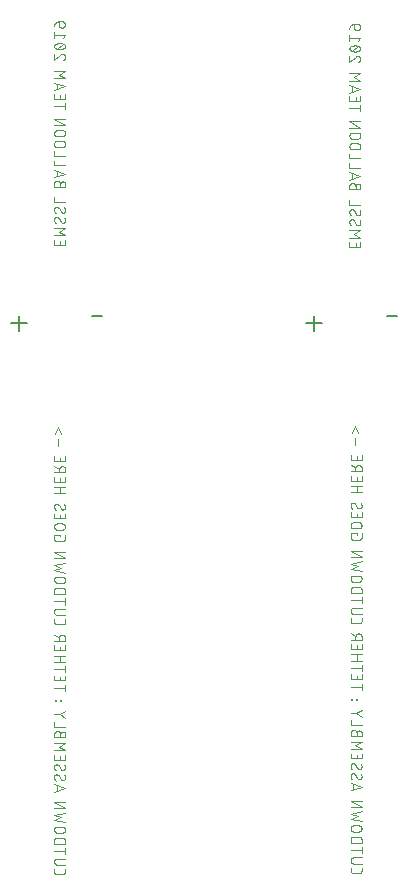
<source format=gbr>
G04 EAGLE Gerber RS-274X export*
G75*
%MOMM*%
%FSLAX34Y34*%
%LPD*%
%INSilkscreen Bottom*%
%IPPOS*%
%AMOC8*
5,1,8,0,0,1.08239X$1,22.5*%
G01*
%ADD10C,0.076200*%
%ADD11C,0.177800*%


D10*
X371381Y37558D02*
X371381Y35469D01*
X371383Y35380D01*
X371389Y35292D01*
X371398Y35204D01*
X371411Y35116D01*
X371428Y35029D01*
X371448Y34943D01*
X371473Y34858D01*
X371500Y34773D01*
X371532Y34690D01*
X371566Y34609D01*
X371605Y34529D01*
X371646Y34451D01*
X371691Y34374D01*
X371739Y34300D01*
X371790Y34227D01*
X371844Y34157D01*
X371902Y34090D01*
X371962Y34024D01*
X372024Y33962D01*
X372090Y33902D01*
X372157Y33844D01*
X372227Y33790D01*
X372300Y33739D01*
X372374Y33691D01*
X372451Y33646D01*
X372529Y33605D01*
X372609Y33566D01*
X372690Y33532D01*
X372773Y33500D01*
X372858Y33473D01*
X372943Y33448D01*
X373029Y33428D01*
X373116Y33411D01*
X373204Y33398D01*
X373292Y33389D01*
X373380Y33383D01*
X373469Y33381D01*
X378691Y33381D01*
X378782Y33383D01*
X378873Y33389D01*
X378964Y33399D01*
X379054Y33413D01*
X379143Y33430D01*
X379231Y33452D01*
X379319Y33478D01*
X379405Y33507D01*
X379490Y33540D01*
X379573Y33577D01*
X379655Y33617D01*
X379735Y33661D01*
X379813Y33708D01*
X379889Y33759D01*
X379962Y33812D01*
X380033Y33869D01*
X380102Y33930D01*
X380167Y33993D01*
X380230Y34058D01*
X380290Y34127D01*
X380348Y34198D01*
X380401Y34271D01*
X380452Y34347D01*
X380499Y34425D01*
X380543Y34505D01*
X380583Y34587D01*
X380620Y34670D01*
X380653Y34755D01*
X380682Y34841D01*
X380708Y34929D01*
X380730Y35017D01*
X380747Y35106D01*
X380761Y35196D01*
X380771Y35287D01*
X380777Y35378D01*
X380779Y35469D01*
X380779Y37558D01*
X380779Y41332D02*
X373992Y41332D01*
X373992Y41331D02*
X373891Y41333D01*
X373790Y41339D01*
X373689Y41349D01*
X373589Y41362D01*
X373489Y41380D01*
X373390Y41401D01*
X373292Y41427D01*
X373195Y41456D01*
X373099Y41488D01*
X373005Y41525D01*
X372912Y41565D01*
X372820Y41609D01*
X372731Y41656D01*
X372643Y41707D01*
X372557Y41761D01*
X372474Y41818D01*
X372392Y41878D01*
X372314Y41942D01*
X372237Y42008D01*
X372164Y42078D01*
X372093Y42150D01*
X372025Y42225D01*
X371960Y42303D01*
X371898Y42383D01*
X371839Y42465D01*
X371783Y42550D01*
X371731Y42637D01*
X371682Y42725D01*
X371636Y42816D01*
X371595Y42908D01*
X371556Y43002D01*
X371522Y43097D01*
X371491Y43193D01*
X371464Y43291D01*
X371440Y43389D01*
X371421Y43489D01*
X371405Y43589D01*
X371393Y43689D01*
X371385Y43790D01*
X371381Y43891D01*
X371381Y43993D01*
X371385Y44094D01*
X371393Y44195D01*
X371405Y44295D01*
X371421Y44395D01*
X371440Y44495D01*
X371464Y44593D01*
X371491Y44691D01*
X371522Y44787D01*
X371556Y44882D01*
X371595Y44976D01*
X371636Y45068D01*
X371682Y45159D01*
X371731Y45248D01*
X371783Y45334D01*
X371839Y45419D01*
X371898Y45501D01*
X371960Y45581D01*
X372025Y45659D01*
X372093Y45734D01*
X372164Y45806D01*
X372237Y45876D01*
X372314Y45942D01*
X372392Y46006D01*
X372474Y46066D01*
X372557Y46123D01*
X372643Y46177D01*
X372731Y46228D01*
X372820Y46275D01*
X372912Y46319D01*
X373005Y46359D01*
X373099Y46396D01*
X373195Y46428D01*
X373292Y46457D01*
X373390Y46483D01*
X373489Y46504D01*
X373589Y46522D01*
X373689Y46535D01*
X373790Y46545D01*
X373891Y46551D01*
X373992Y46553D01*
X380779Y46553D01*
X380779Y52781D02*
X371381Y52781D01*
X380779Y50171D02*
X380779Y55392D01*
X380779Y59010D02*
X371381Y59010D01*
X380779Y59010D02*
X380779Y61620D01*
X380777Y61720D01*
X380771Y61820D01*
X380762Y61919D01*
X380748Y62019D01*
X380731Y62117D01*
X380710Y62215D01*
X380686Y62312D01*
X380657Y62408D01*
X380625Y62503D01*
X380590Y62596D01*
X380551Y62688D01*
X380508Y62779D01*
X380462Y62867D01*
X380412Y62954D01*
X380360Y63039D01*
X380304Y63122D01*
X380245Y63203D01*
X380182Y63281D01*
X380117Y63357D01*
X380049Y63431D01*
X379979Y63501D01*
X379905Y63569D01*
X379829Y63634D01*
X379751Y63697D01*
X379670Y63756D01*
X379587Y63812D01*
X379502Y63864D01*
X379415Y63914D01*
X379327Y63960D01*
X379236Y64003D01*
X379144Y64042D01*
X379051Y64077D01*
X378956Y64109D01*
X378860Y64138D01*
X378763Y64162D01*
X378665Y64183D01*
X378567Y64200D01*
X378467Y64214D01*
X378368Y64223D01*
X378268Y64229D01*
X378168Y64231D01*
X373992Y64231D01*
X373892Y64229D01*
X373792Y64223D01*
X373693Y64214D01*
X373593Y64200D01*
X373495Y64183D01*
X373397Y64162D01*
X373300Y64138D01*
X373204Y64109D01*
X373109Y64077D01*
X373016Y64042D01*
X372924Y64003D01*
X372833Y63960D01*
X372745Y63914D01*
X372658Y63864D01*
X372573Y63812D01*
X372490Y63756D01*
X372409Y63697D01*
X372331Y63634D01*
X372255Y63569D01*
X372181Y63501D01*
X372111Y63431D01*
X372043Y63357D01*
X371978Y63281D01*
X371915Y63203D01*
X371856Y63122D01*
X371800Y63039D01*
X371748Y62954D01*
X371698Y62867D01*
X371652Y62779D01*
X371609Y62688D01*
X371570Y62596D01*
X371535Y62503D01*
X371503Y62408D01*
X371474Y62312D01*
X371450Y62215D01*
X371429Y62117D01*
X371412Y62019D01*
X371398Y61919D01*
X371389Y61820D01*
X371383Y61720D01*
X371381Y61620D01*
X371381Y59010D01*
X373992Y68459D02*
X378168Y68459D01*
X378168Y68458D02*
X378269Y68460D01*
X378370Y68466D01*
X378471Y68476D01*
X378571Y68489D01*
X378671Y68507D01*
X378770Y68528D01*
X378868Y68554D01*
X378965Y68583D01*
X379061Y68615D01*
X379155Y68652D01*
X379248Y68692D01*
X379340Y68736D01*
X379429Y68783D01*
X379517Y68834D01*
X379603Y68888D01*
X379686Y68945D01*
X379768Y69005D01*
X379846Y69069D01*
X379923Y69135D01*
X379996Y69205D01*
X380067Y69277D01*
X380135Y69352D01*
X380200Y69430D01*
X380262Y69510D01*
X380321Y69592D01*
X380377Y69677D01*
X380429Y69763D01*
X380478Y69852D01*
X380524Y69943D01*
X380565Y70035D01*
X380604Y70129D01*
X380638Y70224D01*
X380669Y70320D01*
X380696Y70418D01*
X380720Y70516D01*
X380739Y70616D01*
X380755Y70716D01*
X380767Y70816D01*
X380775Y70917D01*
X380779Y71018D01*
X380779Y71120D01*
X380775Y71221D01*
X380767Y71322D01*
X380755Y71422D01*
X380739Y71522D01*
X380720Y71622D01*
X380696Y71720D01*
X380669Y71818D01*
X380638Y71914D01*
X380604Y72009D01*
X380565Y72103D01*
X380524Y72195D01*
X380478Y72286D01*
X380429Y72374D01*
X380377Y72461D01*
X380321Y72546D01*
X380262Y72628D01*
X380200Y72708D01*
X380135Y72786D01*
X380067Y72861D01*
X379996Y72933D01*
X379923Y73003D01*
X379846Y73069D01*
X379768Y73133D01*
X379686Y73193D01*
X379603Y73250D01*
X379517Y73304D01*
X379429Y73355D01*
X379340Y73402D01*
X379248Y73446D01*
X379155Y73486D01*
X379061Y73523D01*
X378965Y73555D01*
X378868Y73584D01*
X378770Y73610D01*
X378671Y73631D01*
X378571Y73649D01*
X378471Y73662D01*
X378370Y73672D01*
X378269Y73678D01*
X378168Y73680D01*
X373992Y73680D01*
X373891Y73678D01*
X373790Y73672D01*
X373689Y73662D01*
X373589Y73649D01*
X373489Y73631D01*
X373390Y73610D01*
X373292Y73584D01*
X373195Y73555D01*
X373099Y73523D01*
X373005Y73486D01*
X372912Y73446D01*
X372820Y73402D01*
X372731Y73355D01*
X372643Y73304D01*
X372557Y73250D01*
X372474Y73193D01*
X372392Y73133D01*
X372314Y73069D01*
X372237Y73003D01*
X372164Y72933D01*
X372093Y72861D01*
X372025Y72786D01*
X371960Y72708D01*
X371898Y72628D01*
X371839Y72546D01*
X371783Y72461D01*
X371731Y72375D01*
X371682Y72286D01*
X371636Y72195D01*
X371595Y72103D01*
X371556Y72009D01*
X371522Y71914D01*
X371491Y71818D01*
X371464Y71720D01*
X371440Y71622D01*
X371421Y71522D01*
X371405Y71422D01*
X371393Y71322D01*
X371385Y71221D01*
X371381Y71120D01*
X371381Y71018D01*
X371385Y70917D01*
X371393Y70816D01*
X371405Y70716D01*
X371421Y70616D01*
X371440Y70516D01*
X371464Y70418D01*
X371491Y70320D01*
X371522Y70224D01*
X371556Y70129D01*
X371595Y70035D01*
X371636Y69943D01*
X371682Y69852D01*
X371731Y69764D01*
X371783Y69677D01*
X371839Y69592D01*
X371898Y69510D01*
X371960Y69430D01*
X372025Y69352D01*
X372093Y69277D01*
X372164Y69205D01*
X372237Y69135D01*
X372314Y69069D01*
X372392Y69005D01*
X372474Y68945D01*
X372557Y68888D01*
X372643Y68834D01*
X372731Y68783D01*
X372820Y68736D01*
X372912Y68692D01*
X373005Y68652D01*
X373099Y68615D01*
X373195Y68583D01*
X373292Y68554D01*
X373390Y68528D01*
X373489Y68507D01*
X373589Y68489D01*
X373689Y68476D01*
X373790Y68466D01*
X373891Y68460D01*
X373992Y68458D01*
X380779Y77256D02*
X371381Y79344D01*
X377646Y81432D01*
X371381Y83521D01*
X380779Y85609D01*
X380779Y89490D02*
X371381Y89490D01*
X371381Y94711D02*
X380779Y89490D01*
X380779Y94711D02*
X371381Y94711D01*
X371381Y103293D02*
X380779Y106426D01*
X371381Y109559D01*
X373731Y108775D02*
X373731Y104076D01*
X371381Y115787D02*
X371383Y115876D01*
X371389Y115964D01*
X371398Y116052D01*
X371411Y116140D01*
X371428Y116227D01*
X371448Y116313D01*
X371473Y116398D01*
X371500Y116483D01*
X371532Y116566D01*
X371566Y116647D01*
X371605Y116727D01*
X371646Y116805D01*
X371691Y116882D01*
X371739Y116956D01*
X371790Y117029D01*
X371844Y117099D01*
X371902Y117166D01*
X371962Y117232D01*
X372024Y117294D01*
X372090Y117354D01*
X372157Y117412D01*
X372227Y117466D01*
X372300Y117517D01*
X372374Y117565D01*
X372451Y117610D01*
X372529Y117651D01*
X372609Y117690D01*
X372690Y117724D01*
X372773Y117756D01*
X372858Y117783D01*
X372943Y117808D01*
X373029Y117828D01*
X373116Y117845D01*
X373204Y117858D01*
X373292Y117867D01*
X373380Y117873D01*
X373469Y117875D01*
X371381Y115787D02*
X371383Y115658D01*
X371389Y115529D01*
X371398Y115400D01*
X371411Y115272D01*
X371428Y115144D01*
X371449Y115017D01*
X371473Y114890D01*
X371501Y114764D01*
X371533Y114639D01*
X371568Y114515D01*
X371607Y114392D01*
X371650Y114270D01*
X371696Y114150D01*
X371746Y114031D01*
X371799Y113913D01*
X371855Y113797D01*
X371915Y113683D01*
X371978Y113570D01*
X372045Y113460D01*
X372114Y113351D01*
X372187Y113245D01*
X372263Y113140D01*
X372342Y113038D01*
X372424Y112939D01*
X372508Y112841D01*
X372596Y112746D01*
X372686Y112654D01*
X378691Y112916D02*
X378780Y112918D01*
X378868Y112924D01*
X378956Y112933D01*
X379044Y112946D01*
X379131Y112963D01*
X379217Y112983D01*
X379302Y113008D01*
X379387Y113035D01*
X379470Y113067D01*
X379551Y113101D01*
X379631Y113140D01*
X379709Y113181D01*
X379786Y113226D01*
X379860Y113274D01*
X379933Y113325D01*
X380003Y113379D01*
X380070Y113437D01*
X380136Y113497D01*
X380198Y113559D01*
X380258Y113625D01*
X380316Y113692D01*
X380370Y113762D01*
X380421Y113835D01*
X380469Y113909D01*
X380514Y113986D01*
X380555Y114064D01*
X380594Y114144D01*
X380628Y114225D01*
X380660Y114308D01*
X380687Y114393D01*
X380712Y114478D01*
X380732Y114564D01*
X380749Y114651D01*
X380762Y114739D01*
X380771Y114827D01*
X380777Y114915D01*
X380779Y115004D01*
X380777Y115124D01*
X380772Y115244D01*
X380762Y115364D01*
X380750Y115483D01*
X380733Y115602D01*
X380713Y115720D01*
X380689Y115838D01*
X380662Y115954D01*
X380631Y116070D01*
X380597Y116185D01*
X380559Y116299D01*
X380517Y116412D01*
X380472Y116523D01*
X380424Y116633D01*
X380373Y116741D01*
X380318Y116848D01*
X380260Y116953D01*
X380198Y117056D01*
X380134Y117157D01*
X380066Y117257D01*
X379996Y117354D01*
X376864Y113960D02*
X376912Y113882D01*
X376964Y113806D01*
X377018Y113733D01*
X377076Y113662D01*
X377137Y113593D01*
X377201Y113527D01*
X377268Y113464D01*
X377337Y113404D01*
X377409Y113347D01*
X377483Y113293D01*
X377560Y113243D01*
X377639Y113195D01*
X377719Y113152D01*
X377802Y113111D01*
X377886Y113075D01*
X377971Y113042D01*
X378058Y113013D01*
X378147Y112987D01*
X378236Y112965D01*
X378326Y112948D01*
X378416Y112934D01*
X378508Y112924D01*
X378599Y112918D01*
X378691Y112916D01*
X375296Y116832D02*
X375248Y116910D01*
X375196Y116986D01*
X375142Y117059D01*
X375084Y117130D01*
X375023Y117199D01*
X374959Y117265D01*
X374892Y117328D01*
X374823Y117388D01*
X374751Y117445D01*
X374677Y117499D01*
X374600Y117549D01*
X374521Y117597D01*
X374441Y117640D01*
X374358Y117681D01*
X374274Y117717D01*
X374189Y117750D01*
X374102Y117779D01*
X374013Y117805D01*
X373924Y117827D01*
X373834Y117844D01*
X373744Y117858D01*
X373652Y117868D01*
X373561Y117874D01*
X373469Y117876D01*
X375297Y116831D02*
X376863Y113960D01*
X371381Y124321D02*
X371383Y124410D01*
X371389Y124498D01*
X371398Y124586D01*
X371411Y124674D01*
X371428Y124761D01*
X371448Y124847D01*
X371473Y124932D01*
X371500Y125017D01*
X371532Y125100D01*
X371566Y125181D01*
X371605Y125261D01*
X371646Y125339D01*
X371691Y125416D01*
X371739Y125490D01*
X371790Y125563D01*
X371844Y125633D01*
X371902Y125700D01*
X371962Y125766D01*
X372024Y125828D01*
X372090Y125888D01*
X372157Y125946D01*
X372227Y126000D01*
X372300Y126051D01*
X372374Y126099D01*
X372451Y126144D01*
X372529Y126185D01*
X372609Y126224D01*
X372690Y126258D01*
X372773Y126290D01*
X372858Y126317D01*
X372943Y126342D01*
X373029Y126362D01*
X373116Y126379D01*
X373204Y126392D01*
X373292Y126401D01*
X373380Y126407D01*
X373469Y126409D01*
X371381Y124321D02*
X371383Y124192D01*
X371389Y124063D01*
X371398Y123934D01*
X371411Y123806D01*
X371428Y123678D01*
X371449Y123551D01*
X371473Y123424D01*
X371501Y123298D01*
X371533Y123173D01*
X371568Y123049D01*
X371607Y122926D01*
X371650Y122804D01*
X371696Y122684D01*
X371746Y122565D01*
X371799Y122447D01*
X371855Y122331D01*
X371915Y122217D01*
X371978Y122104D01*
X372045Y121994D01*
X372114Y121885D01*
X372187Y121779D01*
X372263Y121674D01*
X372342Y121572D01*
X372424Y121473D01*
X372508Y121375D01*
X372596Y121280D01*
X372686Y121188D01*
X378691Y121450D02*
X378780Y121452D01*
X378868Y121458D01*
X378956Y121467D01*
X379044Y121480D01*
X379131Y121497D01*
X379217Y121517D01*
X379302Y121542D01*
X379387Y121569D01*
X379470Y121601D01*
X379551Y121635D01*
X379631Y121674D01*
X379709Y121715D01*
X379786Y121760D01*
X379860Y121808D01*
X379933Y121859D01*
X380003Y121913D01*
X380070Y121971D01*
X380136Y122031D01*
X380198Y122093D01*
X380258Y122159D01*
X380316Y122226D01*
X380370Y122296D01*
X380421Y122369D01*
X380469Y122443D01*
X380514Y122520D01*
X380555Y122598D01*
X380594Y122678D01*
X380628Y122759D01*
X380660Y122842D01*
X380687Y122927D01*
X380712Y123012D01*
X380732Y123098D01*
X380749Y123185D01*
X380762Y123273D01*
X380771Y123361D01*
X380777Y123449D01*
X380779Y123538D01*
X380777Y123658D01*
X380772Y123778D01*
X380762Y123898D01*
X380750Y124017D01*
X380733Y124136D01*
X380713Y124254D01*
X380689Y124372D01*
X380662Y124488D01*
X380631Y124604D01*
X380597Y124719D01*
X380559Y124833D01*
X380517Y124946D01*
X380472Y125057D01*
X380424Y125167D01*
X380373Y125275D01*
X380318Y125382D01*
X380260Y125487D01*
X380198Y125590D01*
X380134Y125691D01*
X380066Y125791D01*
X379996Y125888D01*
X376864Y122494D02*
X376912Y122416D01*
X376964Y122340D01*
X377018Y122267D01*
X377076Y122196D01*
X377137Y122127D01*
X377201Y122061D01*
X377268Y121998D01*
X377337Y121938D01*
X377409Y121881D01*
X377483Y121827D01*
X377560Y121777D01*
X377639Y121729D01*
X377719Y121686D01*
X377802Y121645D01*
X377886Y121609D01*
X377971Y121576D01*
X378058Y121547D01*
X378147Y121521D01*
X378236Y121499D01*
X378326Y121482D01*
X378416Y121468D01*
X378508Y121458D01*
X378599Y121452D01*
X378691Y121450D01*
X375296Y125366D02*
X375248Y125444D01*
X375196Y125520D01*
X375142Y125593D01*
X375084Y125664D01*
X375023Y125733D01*
X374959Y125799D01*
X374892Y125862D01*
X374823Y125922D01*
X374751Y125979D01*
X374677Y126033D01*
X374600Y126083D01*
X374521Y126131D01*
X374441Y126174D01*
X374358Y126215D01*
X374274Y126251D01*
X374189Y126284D01*
X374102Y126313D01*
X374013Y126339D01*
X373924Y126361D01*
X373834Y126378D01*
X373744Y126392D01*
X373652Y126402D01*
X373561Y126408D01*
X373469Y126410D01*
X375297Y125366D02*
X376863Y122494D01*
X371381Y130350D02*
X371381Y134527D01*
X371381Y130350D02*
X380779Y130350D01*
X380779Y134527D01*
X376602Y133483D02*
X376602Y130350D01*
X380779Y138345D02*
X371381Y138345D01*
X375558Y141478D02*
X380779Y138345D01*
X375558Y141478D02*
X380779Y144610D01*
X371381Y144610D01*
X376602Y149362D02*
X376602Y151972D01*
X376603Y151972D02*
X376601Y152073D01*
X376595Y152174D01*
X376585Y152275D01*
X376572Y152375D01*
X376554Y152475D01*
X376533Y152574D01*
X376507Y152672D01*
X376478Y152769D01*
X376446Y152865D01*
X376409Y152959D01*
X376369Y153052D01*
X376325Y153144D01*
X376278Y153233D01*
X376227Y153321D01*
X376173Y153407D01*
X376116Y153490D01*
X376056Y153572D01*
X375992Y153650D01*
X375926Y153727D01*
X375856Y153800D01*
X375784Y153871D01*
X375709Y153939D01*
X375631Y154004D01*
X375551Y154066D01*
X375469Y154125D01*
X375384Y154181D01*
X375298Y154233D01*
X375209Y154282D01*
X375118Y154328D01*
X375026Y154369D01*
X374932Y154408D01*
X374837Y154442D01*
X374741Y154473D01*
X374643Y154500D01*
X374545Y154524D01*
X374445Y154543D01*
X374345Y154559D01*
X374245Y154571D01*
X374144Y154579D01*
X374043Y154583D01*
X373941Y154583D01*
X373840Y154579D01*
X373739Y154571D01*
X373639Y154559D01*
X373539Y154543D01*
X373439Y154524D01*
X373341Y154500D01*
X373243Y154473D01*
X373147Y154442D01*
X373052Y154408D01*
X372958Y154369D01*
X372866Y154328D01*
X372775Y154282D01*
X372687Y154233D01*
X372600Y154181D01*
X372515Y154125D01*
X372433Y154066D01*
X372353Y154004D01*
X372275Y153939D01*
X372200Y153871D01*
X372128Y153800D01*
X372058Y153727D01*
X371992Y153650D01*
X371928Y153572D01*
X371868Y153490D01*
X371811Y153407D01*
X371757Y153321D01*
X371706Y153233D01*
X371659Y153144D01*
X371615Y153052D01*
X371575Y152959D01*
X371538Y152865D01*
X371506Y152769D01*
X371477Y152672D01*
X371451Y152574D01*
X371430Y152475D01*
X371412Y152375D01*
X371399Y152275D01*
X371389Y152174D01*
X371383Y152073D01*
X371381Y151972D01*
X371381Y149362D01*
X380779Y149362D01*
X380779Y151972D01*
X380777Y152062D01*
X380771Y152151D01*
X380762Y152241D01*
X380748Y152330D01*
X380731Y152418D01*
X380710Y152505D01*
X380685Y152592D01*
X380656Y152677D01*
X380624Y152761D01*
X380589Y152843D01*
X380549Y152924D01*
X380507Y153003D01*
X380461Y153080D01*
X380411Y153155D01*
X380359Y153228D01*
X380303Y153299D01*
X380245Y153367D01*
X380183Y153432D01*
X380119Y153495D01*
X380052Y153555D01*
X379983Y153612D01*
X379911Y153666D01*
X379837Y153717D01*
X379761Y153765D01*
X379683Y153809D01*
X379603Y153850D01*
X379521Y153888D01*
X379438Y153922D01*
X379353Y153952D01*
X379267Y153979D01*
X379181Y154002D01*
X379093Y154021D01*
X379004Y154036D01*
X378915Y154048D01*
X378826Y154056D01*
X378736Y154060D01*
X378646Y154060D01*
X378556Y154056D01*
X378467Y154048D01*
X378378Y154036D01*
X378289Y154021D01*
X378201Y154002D01*
X378115Y153979D01*
X378029Y153952D01*
X377944Y153922D01*
X377861Y153888D01*
X377779Y153850D01*
X377699Y153809D01*
X377621Y153765D01*
X377545Y153717D01*
X377471Y153666D01*
X377399Y153612D01*
X377330Y153555D01*
X377263Y153495D01*
X377199Y153432D01*
X377137Y153367D01*
X377079Y153299D01*
X377023Y153228D01*
X376971Y153155D01*
X376921Y153080D01*
X376875Y153003D01*
X376833Y152924D01*
X376793Y152843D01*
X376758Y152761D01*
X376726Y152677D01*
X376697Y152592D01*
X376672Y152505D01*
X376651Y152418D01*
X376634Y152330D01*
X376620Y152241D01*
X376611Y152151D01*
X376605Y152062D01*
X376603Y151972D01*
X380779Y158392D02*
X371381Y158392D01*
X371381Y162569D01*
X376341Y168605D02*
X380779Y165472D01*
X376341Y168605D02*
X380779Y171737D01*
X376341Y168605D02*
X371381Y168605D01*
X372164Y179926D02*
X372686Y179926D01*
X372686Y180448D01*
X372164Y180448D01*
X372164Y179926D01*
X376341Y179926D02*
X376863Y179926D01*
X376863Y180448D01*
X376341Y180448D01*
X376341Y179926D01*
X380779Y191160D02*
X371381Y191160D01*
X380779Y188549D02*
X380779Y193770D01*
X371381Y197406D02*
X371381Y201583D01*
X371381Y197406D02*
X380779Y197406D01*
X380779Y201583D01*
X376602Y200539D02*
X376602Y197406D01*
X380779Y207009D02*
X371381Y207009D01*
X380779Y204399D02*
X380779Y209620D01*
X380779Y213238D02*
X371381Y213238D01*
X376602Y213238D02*
X376602Y218459D01*
X380779Y218459D02*
X371381Y218459D01*
X371381Y223009D02*
X371381Y227186D01*
X371381Y223009D02*
X380779Y223009D01*
X380779Y227186D01*
X376602Y226142D02*
X376602Y223009D01*
X380779Y230973D02*
X371381Y230973D01*
X380779Y230973D02*
X380779Y233584D01*
X380777Y233685D01*
X380771Y233786D01*
X380761Y233887D01*
X380748Y233987D01*
X380730Y234087D01*
X380709Y234186D01*
X380683Y234284D01*
X380654Y234381D01*
X380622Y234477D01*
X380585Y234571D01*
X380545Y234664D01*
X380501Y234756D01*
X380454Y234845D01*
X380403Y234933D01*
X380349Y235019D01*
X380292Y235102D01*
X380232Y235184D01*
X380168Y235262D01*
X380102Y235339D01*
X380032Y235412D01*
X379960Y235483D01*
X379885Y235551D01*
X379807Y235616D01*
X379727Y235678D01*
X379645Y235737D01*
X379560Y235793D01*
X379474Y235845D01*
X379385Y235894D01*
X379294Y235940D01*
X379202Y235981D01*
X379108Y236020D01*
X379013Y236054D01*
X378917Y236085D01*
X378819Y236112D01*
X378721Y236136D01*
X378621Y236155D01*
X378521Y236171D01*
X378421Y236183D01*
X378320Y236191D01*
X378219Y236195D01*
X378117Y236195D01*
X378016Y236191D01*
X377915Y236183D01*
X377815Y236171D01*
X377715Y236155D01*
X377615Y236136D01*
X377517Y236112D01*
X377419Y236085D01*
X377323Y236054D01*
X377228Y236020D01*
X377134Y235981D01*
X377042Y235940D01*
X376951Y235894D01*
X376863Y235845D01*
X376776Y235793D01*
X376691Y235737D01*
X376609Y235678D01*
X376529Y235616D01*
X376451Y235551D01*
X376376Y235483D01*
X376304Y235412D01*
X376234Y235339D01*
X376168Y235262D01*
X376104Y235184D01*
X376044Y235102D01*
X375987Y235019D01*
X375933Y234933D01*
X375882Y234845D01*
X375835Y234756D01*
X375791Y234664D01*
X375751Y234571D01*
X375714Y234477D01*
X375682Y234381D01*
X375653Y234284D01*
X375627Y234186D01*
X375606Y234087D01*
X375588Y233987D01*
X375575Y233887D01*
X375565Y233786D01*
X375559Y233685D01*
X375557Y233584D01*
X375558Y233584D02*
X375558Y230973D01*
X375558Y234106D02*
X371381Y236194D01*
X371381Y247000D02*
X371381Y249088D01*
X371381Y247000D02*
X371383Y246911D01*
X371389Y246823D01*
X371398Y246735D01*
X371411Y246647D01*
X371428Y246560D01*
X371448Y246474D01*
X371473Y246389D01*
X371500Y246304D01*
X371532Y246221D01*
X371566Y246140D01*
X371605Y246060D01*
X371646Y245982D01*
X371691Y245905D01*
X371739Y245831D01*
X371790Y245758D01*
X371844Y245688D01*
X371902Y245621D01*
X371962Y245555D01*
X372024Y245493D01*
X372090Y245433D01*
X372157Y245375D01*
X372227Y245321D01*
X372300Y245270D01*
X372374Y245222D01*
X372451Y245177D01*
X372529Y245136D01*
X372609Y245097D01*
X372690Y245063D01*
X372773Y245031D01*
X372858Y245004D01*
X372943Y244979D01*
X373029Y244959D01*
X373116Y244942D01*
X373204Y244929D01*
X373292Y244920D01*
X373380Y244914D01*
X373469Y244912D01*
X373469Y244911D02*
X378691Y244911D01*
X378691Y244912D02*
X378782Y244914D01*
X378873Y244920D01*
X378964Y244930D01*
X379054Y244944D01*
X379143Y244961D01*
X379231Y244983D01*
X379319Y245009D01*
X379405Y245038D01*
X379490Y245071D01*
X379573Y245108D01*
X379655Y245148D01*
X379735Y245192D01*
X379813Y245239D01*
X379889Y245290D01*
X379962Y245343D01*
X380033Y245400D01*
X380102Y245461D01*
X380167Y245524D01*
X380230Y245589D01*
X380290Y245658D01*
X380348Y245729D01*
X380401Y245802D01*
X380452Y245878D01*
X380499Y245956D01*
X380543Y246036D01*
X380583Y246118D01*
X380620Y246201D01*
X380653Y246286D01*
X380682Y246372D01*
X380708Y246460D01*
X380730Y246548D01*
X380747Y246637D01*
X380761Y246727D01*
X380771Y246818D01*
X380777Y246909D01*
X380779Y247000D01*
X380779Y249088D01*
X380779Y252862D02*
X373992Y252862D01*
X373992Y252861D02*
X373891Y252863D01*
X373790Y252869D01*
X373689Y252879D01*
X373589Y252892D01*
X373489Y252910D01*
X373390Y252931D01*
X373292Y252957D01*
X373195Y252986D01*
X373099Y253018D01*
X373005Y253055D01*
X372912Y253095D01*
X372820Y253139D01*
X372731Y253186D01*
X372643Y253237D01*
X372557Y253291D01*
X372474Y253348D01*
X372392Y253408D01*
X372314Y253472D01*
X372237Y253538D01*
X372164Y253608D01*
X372093Y253680D01*
X372025Y253755D01*
X371960Y253833D01*
X371898Y253913D01*
X371839Y253995D01*
X371783Y254080D01*
X371731Y254167D01*
X371682Y254255D01*
X371636Y254346D01*
X371595Y254438D01*
X371556Y254532D01*
X371522Y254627D01*
X371491Y254723D01*
X371464Y254821D01*
X371440Y254919D01*
X371421Y255019D01*
X371405Y255119D01*
X371393Y255219D01*
X371385Y255320D01*
X371381Y255421D01*
X371381Y255523D01*
X371385Y255624D01*
X371393Y255725D01*
X371405Y255825D01*
X371421Y255925D01*
X371440Y256025D01*
X371464Y256123D01*
X371491Y256221D01*
X371522Y256317D01*
X371556Y256412D01*
X371595Y256506D01*
X371636Y256598D01*
X371682Y256689D01*
X371731Y256778D01*
X371783Y256864D01*
X371839Y256949D01*
X371898Y257031D01*
X371960Y257111D01*
X372025Y257189D01*
X372093Y257264D01*
X372164Y257336D01*
X372237Y257406D01*
X372314Y257472D01*
X372392Y257536D01*
X372474Y257596D01*
X372557Y257653D01*
X372643Y257707D01*
X372731Y257758D01*
X372820Y257805D01*
X372912Y257849D01*
X373005Y257889D01*
X373099Y257926D01*
X373195Y257958D01*
X373292Y257987D01*
X373390Y258013D01*
X373489Y258034D01*
X373589Y258052D01*
X373689Y258065D01*
X373790Y258075D01*
X373891Y258081D01*
X373992Y258083D01*
X380779Y258083D01*
X380779Y264311D02*
X371381Y264311D01*
X380779Y261701D02*
X380779Y266922D01*
X380779Y270540D02*
X371381Y270540D01*
X380779Y270540D02*
X380779Y273151D01*
X380777Y273251D01*
X380771Y273351D01*
X380762Y273450D01*
X380748Y273550D01*
X380731Y273648D01*
X380710Y273746D01*
X380686Y273843D01*
X380657Y273939D01*
X380625Y274034D01*
X380590Y274127D01*
X380551Y274219D01*
X380508Y274310D01*
X380462Y274398D01*
X380412Y274485D01*
X380360Y274570D01*
X380304Y274653D01*
X380245Y274734D01*
X380182Y274812D01*
X380117Y274888D01*
X380049Y274962D01*
X379979Y275032D01*
X379905Y275100D01*
X379829Y275165D01*
X379751Y275228D01*
X379670Y275287D01*
X379587Y275343D01*
X379502Y275395D01*
X379415Y275445D01*
X379327Y275491D01*
X379236Y275534D01*
X379144Y275573D01*
X379051Y275608D01*
X378956Y275640D01*
X378860Y275669D01*
X378763Y275693D01*
X378665Y275714D01*
X378567Y275731D01*
X378467Y275745D01*
X378368Y275754D01*
X378268Y275760D01*
X378168Y275762D01*
X378168Y275761D02*
X373992Y275761D01*
X373992Y275762D02*
X373892Y275760D01*
X373792Y275754D01*
X373693Y275745D01*
X373593Y275731D01*
X373495Y275714D01*
X373397Y275693D01*
X373300Y275669D01*
X373204Y275640D01*
X373109Y275608D01*
X373016Y275573D01*
X372924Y275534D01*
X372833Y275491D01*
X372745Y275445D01*
X372658Y275395D01*
X372573Y275343D01*
X372490Y275287D01*
X372409Y275228D01*
X372331Y275165D01*
X372255Y275100D01*
X372181Y275032D01*
X372111Y274962D01*
X372043Y274888D01*
X371978Y274812D01*
X371915Y274734D01*
X371856Y274653D01*
X371800Y274570D01*
X371748Y274485D01*
X371698Y274398D01*
X371652Y274310D01*
X371609Y274219D01*
X371570Y274127D01*
X371535Y274034D01*
X371503Y273939D01*
X371474Y273843D01*
X371450Y273746D01*
X371429Y273648D01*
X371412Y273550D01*
X371398Y273450D01*
X371389Y273351D01*
X371383Y273251D01*
X371381Y273151D01*
X371381Y270540D01*
X373992Y279989D02*
X378168Y279989D01*
X378168Y279988D02*
X378269Y279990D01*
X378370Y279996D01*
X378471Y280006D01*
X378571Y280019D01*
X378671Y280037D01*
X378770Y280058D01*
X378868Y280084D01*
X378965Y280113D01*
X379061Y280145D01*
X379155Y280182D01*
X379248Y280222D01*
X379340Y280266D01*
X379429Y280313D01*
X379517Y280364D01*
X379603Y280418D01*
X379686Y280475D01*
X379768Y280535D01*
X379846Y280599D01*
X379923Y280665D01*
X379996Y280735D01*
X380067Y280807D01*
X380135Y280882D01*
X380200Y280960D01*
X380262Y281040D01*
X380321Y281122D01*
X380377Y281207D01*
X380429Y281294D01*
X380478Y281382D01*
X380524Y281473D01*
X380565Y281565D01*
X380604Y281659D01*
X380638Y281754D01*
X380669Y281850D01*
X380696Y281948D01*
X380720Y282046D01*
X380739Y282146D01*
X380755Y282246D01*
X380767Y282346D01*
X380775Y282447D01*
X380779Y282548D01*
X380779Y282650D01*
X380775Y282751D01*
X380767Y282852D01*
X380755Y282952D01*
X380739Y283052D01*
X380720Y283152D01*
X380696Y283250D01*
X380669Y283348D01*
X380638Y283444D01*
X380604Y283539D01*
X380565Y283633D01*
X380524Y283725D01*
X380478Y283816D01*
X380429Y283904D01*
X380377Y283991D01*
X380321Y284076D01*
X380262Y284158D01*
X380200Y284238D01*
X380135Y284316D01*
X380067Y284391D01*
X379996Y284463D01*
X379923Y284533D01*
X379846Y284599D01*
X379768Y284663D01*
X379686Y284723D01*
X379603Y284780D01*
X379517Y284834D01*
X379429Y284885D01*
X379340Y284932D01*
X379248Y284976D01*
X379155Y285016D01*
X379061Y285053D01*
X378965Y285085D01*
X378868Y285114D01*
X378770Y285140D01*
X378671Y285161D01*
X378571Y285179D01*
X378471Y285192D01*
X378370Y285202D01*
X378269Y285208D01*
X378168Y285210D01*
X373992Y285210D01*
X373891Y285208D01*
X373790Y285202D01*
X373689Y285192D01*
X373589Y285179D01*
X373489Y285161D01*
X373390Y285140D01*
X373292Y285114D01*
X373195Y285085D01*
X373099Y285053D01*
X373005Y285016D01*
X372912Y284976D01*
X372820Y284932D01*
X372731Y284885D01*
X372643Y284834D01*
X372557Y284780D01*
X372474Y284723D01*
X372392Y284663D01*
X372314Y284599D01*
X372237Y284533D01*
X372164Y284463D01*
X372093Y284391D01*
X372025Y284316D01*
X371960Y284238D01*
X371898Y284158D01*
X371839Y284076D01*
X371783Y283991D01*
X371731Y283905D01*
X371682Y283816D01*
X371636Y283725D01*
X371595Y283633D01*
X371556Y283539D01*
X371522Y283444D01*
X371491Y283348D01*
X371464Y283250D01*
X371440Y283152D01*
X371421Y283052D01*
X371405Y282952D01*
X371393Y282852D01*
X371385Y282751D01*
X371381Y282650D01*
X371381Y282548D01*
X371385Y282447D01*
X371393Y282346D01*
X371405Y282246D01*
X371421Y282146D01*
X371440Y282046D01*
X371464Y281948D01*
X371491Y281850D01*
X371522Y281754D01*
X371556Y281659D01*
X371595Y281565D01*
X371636Y281473D01*
X371682Y281382D01*
X371731Y281294D01*
X371783Y281207D01*
X371839Y281122D01*
X371898Y281040D01*
X371960Y280960D01*
X372025Y280882D01*
X372093Y280807D01*
X372164Y280735D01*
X372237Y280665D01*
X372314Y280599D01*
X372392Y280535D01*
X372474Y280475D01*
X372557Y280418D01*
X372643Y280364D01*
X372731Y280313D01*
X372820Y280266D01*
X372912Y280222D01*
X373005Y280182D01*
X373099Y280145D01*
X373195Y280113D01*
X373292Y280084D01*
X373390Y280058D01*
X373489Y280037D01*
X373589Y280019D01*
X373689Y280006D01*
X373790Y279996D01*
X373891Y279990D01*
X373992Y279988D01*
X380779Y288786D02*
X371381Y290874D01*
X377646Y292963D01*
X371381Y295051D01*
X380779Y297139D01*
X380779Y301020D02*
X371381Y301020D01*
X371381Y306241D02*
X380779Y301020D01*
X380779Y306241D02*
X371381Y306241D01*
X376602Y319305D02*
X376602Y320871D01*
X371381Y320871D01*
X371381Y317739D01*
X371383Y317650D01*
X371389Y317562D01*
X371398Y317474D01*
X371411Y317386D01*
X371428Y317299D01*
X371448Y317213D01*
X371473Y317128D01*
X371500Y317043D01*
X371532Y316960D01*
X371566Y316879D01*
X371605Y316799D01*
X371646Y316721D01*
X371691Y316644D01*
X371739Y316570D01*
X371790Y316497D01*
X371844Y316427D01*
X371902Y316360D01*
X371962Y316294D01*
X372024Y316232D01*
X372090Y316172D01*
X372157Y316114D01*
X372227Y316060D01*
X372300Y316009D01*
X372374Y315961D01*
X372451Y315916D01*
X372529Y315875D01*
X372609Y315836D01*
X372690Y315802D01*
X372773Y315770D01*
X372858Y315743D01*
X372943Y315718D01*
X373029Y315698D01*
X373116Y315681D01*
X373204Y315668D01*
X373292Y315659D01*
X373380Y315653D01*
X373469Y315651D01*
X373469Y315650D02*
X378691Y315650D01*
X378691Y315651D02*
X378782Y315653D01*
X378873Y315659D01*
X378964Y315669D01*
X379054Y315683D01*
X379143Y315700D01*
X379231Y315722D01*
X379319Y315748D01*
X379405Y315777D01*
X379490Y315810D01*
X379573Y315847D01*
X379655Y315887D01*
X379735Y315931D01*
X379813Y315978D01*
X379889Y316029D01*
X379962Y316082D01*
X380033Y316139D01*
X380102Y316200D01*
X380167Y316263D01*
X380230Y316328D01*
X380290Y316397D01*
X380348Y316468D01*
X380401Y316541D01*
X380452Y316617D01*
X380499Y316695D01*
X380543Y316775D01*
X380583Y316857D01*
X380620Y316940D01*
X380653Y317025D01*
X380682Y317111D01*
X380708Y317199D01*
X380730Y317287D01*
X380747Y317376D01*
X380761Y317466D01*
X380771Y317557D01*
X380777Y317648D01*
X380779Y317739D01*
X380779Y320871D01*
X378168Y325099D02*
X373992Y325099D01*
X378168Y325099D02*
X378269Y325101D01*
X378370Y325107D01*
X378471Y325117D01*
X378571Y325130D01*
X378671Y325148D01*
X378770Y325169D01*
X378868Y325195D01*
X378965Y325224D01*
X379061Y325256D01*
X379155Y325293D01*
X379248Y325333D01*
X379340Y325377D01*
X379429Y325424D01*
X379517Y325475D01*
X379603Y325529D01*
X379686Y325586D01*
X379768Y325646D01*
X379846Y325710D01*
X379923Y325776D01*
X379996Y325846D01*
X380067Y325918D01*
X380135Y325993D01*
X380200Y326071D01*
X380262Y326151D01*
X380321Y326233D01*
X380377Y326318D01*
X380429Y326405D01*
X380478Y326493D01*
X380524Y326584D01*
X380565Y326676D01*
X380604Y326770D01*
X380638Y326865D01*
X380669Y326961D01*
X380696Y327059D01*
X380720Y327157D01*
X380739Y327257D01*
X380755Y327357D01*
X380767Y327457D01*
X380775Y327558D01*
X380779Y327659D01*
X380779Y327761D01*
X380775Y327862D01*
X380767Y327963D01*
X380755Y328063D01*
X380739Y328163D01*
X380720Y328263D01*
X380696Y328361D01*
X380669Y328459D01*
X380638Y328555D01*
X380604Y328650D01*
X380565Y328744D01*
X380524Y328836D01*
X380478Y328927D01*
X380429Y329015D01*
X380377Y329102D01*
X380321Y329187D01*
X380262Y329269D01*
X380200Y329349D01*
X380135Y329427D01*
X380067Y329502D01*
X379996Y329574D01*
X379923Y329644D01*
X379846Y329710D01*
X379768Y329774D01*
X379686Y329834D01*
X379603Y329891D01*
X379517Y329945D01*
X379429Y329996D01*
X379340Y330043D01*
X379248Y330087D01*
X379155Y330127D01*
X379061Y330164D01*
X378965Y330196D01*
X378868Y330225D01*
X378770Y330251D01*
X378671Y330272D01*
X378571Y330290D01*
X378471Y330303D01*
X378370Y330313D01*
X378269Y330319D01*
X378168Y330321D01*
X378168Y330320D02*
X373992Y330320D01*
X373992Y330321D02*
X373891Y330319D01*
X373790Y330313D01*
X373689Y330303D01*
X373589Y330290D01*
X373489Y330272D01*
X373390Y330251D01*
X373292Y330225D01*
X373195Y330196D01*
X373099Y330164D01*
X373005Y330127D01*
X372912Y330087D01*
X372820Y330043D01*
X372731Y329996D01*
X372643Y329945D01*
X372557Y329891D01*
X372474Y329834D01*
X372392Y329774D01*
X372314Y329710D01*
X372237Y329644D01*
X372164Y329574D01*
X372093Y329502D01*
X372025Y329427D01*
X371960Y329349D01*
X371898Y329269D01*
X371839Y329187D01*
X371783Y329102D01*
X371731Y329016D01*
X371682Y328927D01*
X371636Y328836D01*
X371595Y328744D01*
X371556Y328650D01*
X371522Y328555D01*
X371491Y328459D01*
X371464Y328361D01*
X371440Y328263D01*
X371421Y328163D01*
X371405Y328063D01*
X371393Y327963D01*
X371385Y327862D01*
X371381Y327761D01*
X371381Y327659D01*
X371385Y327558D01*
X371393Y327457D01*
X371405Y327357D01*
X371421Y327257D01*
X371440Y327157D01*
X371464Y327059D01*
X371491Y326961D01*
X371522Y326865D01*
X371556Y326770D01*
X371595Y326676D01*
X371636Y326584D01*
X371682Y326493D01*
X371731Y326405D01*
X371783Y326318D01*
X371839Y326233D01*
X371898Y326151D01*
X371960Y326071D01*
X372025Y325993D01*
X372093Y325918D01*
X372164Y325846D01*
X372237Y325776D01*
X372314Y325710D01*
X372392Y325646D01*
X372474Y325586D01*
X372557Y325529D01*
X372643Y325475D01*
X372731Y325424D01*
X372820Y325377D01*
X372912Y325333D01*
X373005Y325293D01*
X373099Y325256D01*
X373195Y325224D01*
X373292Y325195D01*
X373390Y325169D01*
X373489Y325148D01*
X373589Y325130D01*
X373689Y325117D01*
X373790Y325107D01*
X373891Y325101D01*
X373992Y325099D01*
X371381Y334565D02*
X371381Y338742D01*
X371381Y334565D02*
X380779Y334565D01*
X380779Y338742D01*
X376602Y337698D02*
X376602Y334565D01*
X371381Y344996D02*
X371383Y345085D01*
X371389Y345173D01*
X371398Y345261D01*
X371411Y345349D01*
X371428Y345436D01*
X371448Y345522D01*
X371473Y345607D01*
X371500Y345692D01*
X371532Y345775D01*
X371566Y345856D01*
X371605Y345936D01*
X371646Y346014D01*
X371691Y346091D01*
X371739Y346165D01*
X371790Y346238D01*
X371844Y346308D01*
X371902Y346375D01*
X371962Y346441D01*
X372024Y346503D01*
X372090Y346563D01*
X372157Y346621D01*
X372227Y346675D01*
X372300Y346726D01*
X372374Y346774D01*
X372451Y346819D01*
X372529Y346860D01*
X372609Y346899D01*
X372690Y346933D01*
X372773Y346965D01*
X372858Y346992D01*
X372943Y347017D01*
X373029Y347037D01*
X373116Y347054D01*
X373204Y347067D01*
X373292Y347076D01*
X373380Y347082D01*
X373469Y347084D01*
X371381Y344996D02*
X371383Y344867D01*
X371389Y344738D01*
X371398Y344609D01*
X371411Y344481D01*
X371428Y344353D01*
X371449Y344226D01*
X371473Y344099D01*
X371501Y343973D01*
X371533Y343848D01*
X371568Y343724D01*
X371607Y343601D01*
X371650Y343479D01*
X371696Y343359D01*
X371746Y343240D01*
X371799Y343122D01*
X371855Y343006D01*
X371915Y342892D01*
X371978Y342779D01*
X372045Y342669D01*
X372114Y342560D01*
X372187Y342454D01*
X372263Y342349D01*
X372342Y342247D01*
X372424Y342148D01*
X372508Y342050D01*
X372596Y341955D01*
X372686Y341863D01*
X378691Y342125D02*
X378780Y342127D01*
X378868Y342133D01*
X378956Y342142D01*
X379044Y342155D01*
X379131Y342172D01*
X379217Y342192D01*
X379302Y342217D01*
X379387Y342244D01*
X379470Y342276D01*
X379551Y342310D01*
X379631Y342349D01*
X379709Y342390D01*
X379786Y342435D01*
X379860Y342483D01*
X379933Y342534D01*
X380003Y342588D01*
X380070Y342646D01*
X380136Y342706D01*
X380198Y342768D01*
X380258Y342834D01*
X380316Y342901D01*
X380370Y342971D01*
X380421Y343044D01*
X380469Y343118D01*
X380514Y343195D01*
X380555Y343273D01*
X380594Y343353D01*
X380628Y343434D01*
X380660Y343517D01*
X380687Y343602D01*
X380712Y343687D01*
X380732Y343773D01*
X380749Y343860D01*
X380762Y343948D01*
X380771Y344036D01*
X380777Y344124D01*
X380779Y344213D01*
X380779Y344212D02*
X380777Y344332D01*
X380772Y344452D01*
X380762Y344572D01*
X380750Y344691D01*
X380733Y344810D01*
X380713Y344928D01*
X380689Y345046D01*
X380662Y345162D01*
X380631Y345278D01*
X380597Y345393D01*
X380559Y345507D01*
X380517Y345620D01*
X380472Y345731D01*
X380424Y345841D01*
X380373Y345949D01*
X380318Y346056D01*
X380260Y346161D01*
X380198Y346264D01*
X380134Y346365D01*
X380066Y346465D01*
X379996Y346562D01*
X376864Y343168D02*
X376912Y343090D01*
X376964Y343014D01*
X377018Y342941D01*
X377076Y342870D01*
X377137Y342801D01*
X377201Y342735D01*
X377268Y342672D01*
X377337Y342612D01*
X377409Y342555D01*
X377483Y342501D01*
X377560Y342451D01*
X377639Y342403D01*
X377719Y342360D01*
X377802Y342319D01*
X377886Y342283D01*
X377971Y342250D01*
X378058Y342221D01*
X378147Y342195D01*
X378236Y342173D01*
X378326Y342156D01*
X378416Y342142D01*
X378508Y342132D01*
X378599Y342126D01*
X378691Y342124D01*
X375296Y346040D02*
X375248Y346118D01*
X375196Y346194D01*
X375142Y346267D01*
X375084Y346338D01*
X375023Y346407D01*
X374959Y346473D01*
X374892Y346536D01*
X374823Y346596D01*
X374751Y346653D01*
X374677Y346707D01*
X374600Y346757D01*
X374521Y346805D01*
X374441Y346848D01*
X374358Y346889D01*
X374274Y346925D01*
X374189Y346958D01*
X374102Y346987D01*
X374013Y347013D01*
X373924Y347035D01*
X373834Y347052D01*
X373744Y347066D01*
X373652Y347076D01*
X373561Y347082D01*
X373469Y347084D01*
X375297Y346040D02*
X376863Y343168D01*
X380779Y355884D02*
X371381Y355884D01*
X376602Y355884D02*
X376602Y361105D01*
X380779Y361105D02*
X371381Y361105D01*
X371381Y365655D02*
X371381Y369832D01*
X371381Y365655D02*
X380779Y365655D01*
X380779Y369832D01*
X376602Y368787D02*
X376602Y365655D01*
X380779Y373619D02*
X371381Y373619D01*
X380779Y373619D02*
X380779Y376230D01*
X380777Y376331D01*
X380771Y376432D01*
X380761Y376533D01*
X380748Y376633D01*
X380730Y376733D01*
X380709Y376832D01*
X380683Y376930D01*
X380654Y377027D01*
X380622Y377123D01*
X380585Y377217D01*
X380545Y377310D01*
X380501Y377402D01*
X380454Y377491D01*
X380403Y377579D01*
X380349Y377665D01*
X380292Y377748D01*
X380232Y377830D01*
X380168Y377908D01*
X380102Y377985D01*
X380032Y378058D01*
X379960Y378129D01*
X379885Y378197D01*
X379807Y378262D01*
X379727Y378324D01*
X379645Y378383D01*
X379560Y378439D01*
X379474Y378491D01*
X379385Y378540D01*
X379294Y378586D01*
X379202Y378627D01*
X379108Y378666D01*
X379013Y378700D01*
X378917Y378731D01*
X378819Y378758D01*
X378721Y378782D01*
X378621Y378801D01*
X378521Y378817D01*
X378421Y378829D01*
X378320Y378837D01*
X378219Y378841D01*
X378117Y378841D01*
X378016Y378837D01*
X377915Y378829D01*
X377815Y378817D01*
X377715Y378801D01*
X377615Y378782D01*
X377517Y378758D01*
X377419Y378731D01*
X377323Y378700D01*
X377228Y378666D01*
X377134Y378627D01*
X377042Y378586D01*
X376951Y378540D01*
X376863Y378491D01*
X376776Y378439D01*
X376691Y378383D01*
X376609Y378324D01*
X376529Y378262D01*
X376451Y378197D01*
X376376Y378129D01*
X376304Y378058D01*
X376234Y377985D01*
X376168Y377908D01*
X376104Y377830D01*
X376044Y377748D01*
X375987Y377665D01*
X375933Y377579D01*
X375882Y377491D01*
X375835Y377402D01*
X375791Y377310D01*
X375751Y377217D01*
X375714Y377123D01*
X375682Y377027D01*
X375653Y376930D01*
X375627Y376832D01*
X375606Y376733D01*
X375588Y376633D01*
X375575Y376533D01*
X375565Y376432D01*
X375559Y376331D01*
X375557Y376230D01*
X375558Y376230D02*
X375558Y373619D01*
X375558Y376752D02*
X371381Y378840D01*
X371381Y383028D02*
X371381Y387205D01*
X371381Y383028D02*
X380779Y383028D01*
X380779Y387205D01*
X376602Y386161D02*
X376602Y383028D01*
X375036Y395595D02*
X375036Y401860D01*
X377646Y405958D02*
X375036Y412224D01*
X372425Y405958D01*
X120381Y36558D02*
X120381Y34469D01*
X120383Y34380D01*
X120389Y34292D01*
X120398Y34204D01*
X120411Y34116D01*
X120428Y34029D01*
X120448Y33943D01*
X120473Y33858D01*
X120500Y33773D01*
X120532Y33690D01*
X120566Y33609D01*
X120605Y33529D01*
X120646Y33451D01*
X120691Y33374D01*
X120739Y33300D01*
X120790Y33227D01*
X120844Y33157D01*
X120902Y33090D01*
X120962Y33024D01*
X121024Y32962D01*
X121090Y32902D01*
X121157Y32844D01*
X121227Y32790D01*
X121300Y32739D01*
X121374Y32691D01*
X121451Y32646D01*
X121529Y32605D01*
X121609Y32566D01*
X121690Y32532D01*
X121773Y32500D01*
X121858Y32473D01*
X121943Y32448D01*
X122029Y32428D01*
X122116Y32411D01*
X122204Y32398D01*
X122292Y32389D01*
X122380Y32383D01*
X122469Y32381D01*
X127691Y32381D01*
X127782Y32383D01*
X127873Y32389D01*
X127964Y32399D01*
X128054Y32413D01*
X128143Y32430D01*
X128231Y32452D01*
X128319Y32478D01*
X128405Y32507D01*
X128490Y32540D01*
X128573Y32577D01*
X128655Y32617D01*
X128735Y32661D01*
X128813Y32708D01*
X128889Y32759D01*
X128962Y32812D01*
X129033Y32869D01*
X129102Y32930D01*
X129167Y32993D01*
X129230Y33058D01*
X129290Y33127D01*
X129348Y33198D01*
X129401Y33271D01*
X129452Y33347D01*
X129499Y33425D01*
X129543Y33505D01*
X129583Y33587D01*
X129620Y33670D01*
X129653Y33755D01*
X129682Y33841D01*
X129708Y33929D01*
X129730Y34017D01*
X129747Y34106D01*
X129761Y34196D01*
X129771Y34287D01*
X129777Y34378D01*
X129779Y34469D01*
X129779Y36558D01*
X129779Y40332D02*
X122992Y40332D01*
X122992Y40331D02*
X122891Y40333D01*
X122790Y40339D01*
X122689Y40349D01*
X122589Y40362D01*
X122489Y40380D01*
X122390Y40401D01*
X122292Y40427D01*
X122195Y40456D01*
X122099Y40488D01*
X122005Y40525D01*
X121912Y40565D01*
X121820Y40609D01*
X121731Y40656D01*
X121643Y40707D01*
X121557Y40761D01*
X121474Y40818D01*
X121392Y40878D01*
X121314Y40942D01*
X121237Y41008D01*
X121164Y41078D01*
X121093Y41150D01*
X121025Y41225D01*
X120960Y41303D01*
X120898Y41383D01*
X120839Y41465D01*
X120783Y41550D01*
X120731Y41637D01*
X120682Y41725D01*
X120636Y41816D01*
X120595Y41908D01*
X120556Y42002D01*
X120522Y42097D01*
X120491Y42193D01*
X120464Y42291D01*
X120440Y42389D01*
X120421Y42489D01*
X120405Y42589D01*
X120393Y42689D01*
X120385Y42790D01*
X120381Y42891D01*
X120381Y42993D01*
X120385Y43094D01*
X120393Y43195D01*
X120405Y43295D01*
X120421Y43395D01*
X120440Y43495D01*
X120464Y43593D01*
X120491Y43691D01*
X120522Y43787D01*
X120556Y43882D01*
X120595Y43976D01*
X120636Y44068D01*
X120682Y44159D01*
X120731Y44248D01*
X120783Y44334D01*
X120839Y44419D01*
X120898Y44501D01*
X120960Y44581D01*
X121025Y44659D01*
X121093Y44734D01*
X121164Y44806D01*
X121237Y44876D01*
X121314Y44942D01*
X121392Y45006D01*
X121474Y45066D01*
X121557Y45123D01*
X121643Y45177D01*
X121731Y45228D01*
X121820Y45275D01*
X121912Y45319D01*
X122005Y45359D01*
X122099Y45396D01*
X122195Y45428D01*
X122292Y45457D01*
X122390Y45483D01*
X122489Y45504D01*
X122589Y45522D01*
X122689Y45535D01*
X122790Y45545D01*
X122891Y45551D01*
X122992Y45553D01*
X129779Y45553D01*
X129779Y51781D02*
X120381Y51781D01*
X129779Y49171D02*
X129779Y54392D01*
X129779Y58010D02*
X120381Y58010D01*
X129779Y58010D02*
X129779Y60620D01*
X129777Y60720D01*
X129771Y60820D01*
X129762Y60919D01*
X129748Y61019D01*
X129731Y61117D01*
X129710Y61215D01*
X129686Y61312D01*
X129657Y61408D01*
X129625Y61503D01*
X129590Y61596D01*
X129551Y61688D01*
X129508Y61779D01*
X129462Y61867D01*
X129412Y61954D01*
X129360Y62039D01*
X129304Y62122D01*
X129245Y62203D01*
X129182Y62281D01*
X129117Y62357D01*
X129049Y62431D01*
X128979Y62501D01*
X128905Y62569D01*
X128829Y62634D01*
X128751Y62697D01*
X128670Y62756D01*
X128587Y62812D01*
X128502Y62864D01*
X128415Y62914D01*
X128327Y62960D01*
X128236Y63003D01*
X128144Y63042D01*
X128051Y63077D01*
X127956Y63109D01*
X127860Y63138D01*
X127763Y63162D01*
X127665Y63183D01*
X127567Y63200D01*
X127467Y63214D01*
X127368Y63223D01*
X127268Y63229D01*
X127168Y63231D01*
X122992Y63231D01*
X122892Y63229D01*
X122792Y63223D01*
X122693Y63214D01*
X122593Y63200D01*
X122495Y63183D01*
X122397Y63162D01*
X122300Y63138D01*
X122204Y63109D01*
X122109Y63077D01*
X122016Y63042D01*
X121924Y63003D01*
X121833Y62960D01*
X121745Y62914D01*
X121658Y62864D01*
X121573Y62812D01*
X121490Y62756D01*
X121409Y62697D01*
X121331Y62634D01*
X121255Y62569D01*
X121181Y62501D01*
X121111Y62431D01*
X121043Y62357D01*
X120978Y62281D01*
X120915Y62203D01*
X120856Y62122D01*
X120800Y62039D01*
X120748Y61954D01*
X120698Y61867D01*
X120652Y61779D01*
X120609Y61688D01*
X120570Y61596D01*
X120535Y61503D01*
X120503Y61408D01*
X120474Y61312D01*
X120450Y61215D01*
X120429Y61117D01*
X120412Y61019D01*
X120398Y60919D01*
X120389Y60820D01*
X120383Y60720D01*
X120381Y60620D01*
X120381Y58010D01*
X122992Y67459D02*
X127168Y67459D01*
X127168Y67458D02*
X127269Y67460D01*
X127370Y67466D01*
X127471Y67476D01*
X127571Y67489D01*
X127671Y67507D01*
X127770Y67528D01*
X127868Y67554D01*
X127965Y67583D01*
X128061Y67615D01*
X128155Y67652D01*
X128248Y67692D01*
X128340Y67736D01*
X128429Y67783D01*
X128517Y67834D01*
X128603Y67888D01*
X128686Y67945D01*
X128768Y68005D01*
X128846Y68069D01*
X128923Y68135D01*
X128996Y68205D01*
X129067Y68277D01*
X129135Y68352D01*
X129200Y68430D01*
X129262Y68510D01*
X129321Y68592D01*
X129377Y68677D01*
X129429Y68763D01*
X129478Y68852D01*
X129524Y68943D01*
X129565Y69035D01*
X129604Y69129D01*
X129638Y69224D01*
X129669Y69320D01*
X129696Y69418D01*
X129720Y69516D01*
X129739Y69616D01*
X129755Y69716D01*
X129767Y69816D01*
X129775Y69917D01*
X129779Y70018D01*
X129779Y70120D01*
X129775Y70221D01*
X129767Y70322D01*
X129755Y70422D01*
X129739Y70522D01*
X129720Y70622D01*
X129696Y70720D01*
X129669Y70818D01*
X129638Y70914D01*
X129604Y71009D01*
X129565Y71103D01*
X129524Y71195D01*
X129478Y71286D01*
X129429Y71374D01*
X129377Y71461D01*
X129321Y71546D01*
X129262Y71628D01*
X129200Y71708D01*
X129135Y71786D01*
X129067Y71861D01*
X128996Y71933D01*
X128923Y72003D01*
X128846Y72069D01*
X128768Y72133D01*
X128686Y72193D01*
X128603Y72250D01*
X128517Y72304D01*
X128429Y72355D01*
X128340Y72402D01*
X128248Y72446D01*
X128155Y72486D01*
X128061Y72523D01*
X127965Y72555D01*
X127868Y72584D01*
X127770Y72610D01*
X127671Y72631D01*
X127571Y72649D01*
X127471Y72662D01*
X127370Y72672D01*
X127269Y72678D01*
X127168Y72680D01*
X122992Y72680D01*
X122891Y72678D01*
X122790Y72672D01*
X122689Y72662D01*
X122589Y72649D01*
X122489Y72631D01*
X122390Y72610D01*
X122292Y72584D01*
X122195Y72555D01*
X122099Y72523D01*
X122005Y72486D01*
X121912Y72446D01*
X121820Y72402D01*
X121731Y72355D01*
X121643Y72304D01*
X121557Y72250D01*
X121474Y72193D01*
X121392Y72133D01*
X121314Y72069D01*
X121237Y72003D01*
X121164Y71933D01*
X121093Y71861D01*
X121025Y71786D01*
X120960Y71708D01*
X120898Y71628D01*
X120839Y71546D01*
X120783Y71461D01*
X120731Y71375D01*
X120682Y71286D01*
X120636Y71195D01*
X120595Y71103D01*
X120556Y71009D01*
X120522Y70914D01*
X120491Y70818D01*
X120464Y70720D01*
X120440Y70622D01*
X120421Y70522D01*
X120405Y70422D01*
X120393Y70322D01*
X120385Y70221D01*
X120381Y70120D01*
X120381Y70018D01*
X120385Y69917D01*
X120393Y69816D01*
X120405Y69716D01*
X120421Y69616D01*
X120440Y69516D01*
X120464Y69418D01*
X120491Y69320D01*
X120522Y69224D01*
X120556Y69129D01*
X120595Y69035D01*
X120636Y68943D01*
X120682Y68852D01*
X120731Y68764D01*
X120783Y68677D01*
X120839Y68592D01*
X120898Y68510D01*
X120960Y68430D01*
X121025Y68352D01*
X121093Y68277D01*
X121164Y68205D01*
X121237Y68135D01*
X121314Y68069D01*
X121392Y68005D01*
X121474Y67945D01*
X121557Y67888D01*
X121643Y67834D01*
X121731Y67783D01*
X121820Y67736D01*
X121912Y67692D01*
X122005Y67652D01*
X122099Y67615D01*
X122195Y67583D01*
X122292Y67554D01*
X122390Y67528D01*
X122489Y67507D01*
X122589Y67489D01*
X122689Y67476D01*
X122790Y67466D01*
X122891Y67460D01*
X122992Y67458D01*
X129779Y76256D02*
X120381Y78344D01*
X126646Y80432D01*
X120381Y82521D01*
X129779Y84609D01*
X129779Y88490D02*
X120381Y88490D01*
X120381Y93711D02*
X129779Y88490D01*
X129779Y93711D02*
X120381Y93711D01*
X120381Y102293D02*
X129779Y105426D01*
X120381Y108559D01*
X122731Y107775D02*
X122731Y103076D01*
X120381Y114787D02*
X120383Y114876D01*
X120389Y114964D01*
X120398Y115052D01*
X120411Y115140D01*
X120428Y115227D01*
X120448Y115313D01*
X120473Y115398D01*
X120500Y115483D01*
X120532Y115566D01*
X120566Y115647D01*
X120605Y115727D01*
X120646Y115805D01*
X120691Y115882D01*
X120739Y115956D01*
X120790Y116029D01*
X120844Y116099D01*
X120902Y116166D01*
X120962Y116232D01*
X121024Y116294D01*
X121090Y116354D01*
X121157Y116412D01*
X121227Y116466D01*
X121300Y116517D01*
X121374Y116565D01*
X121451Y116610D01*
X121529Y116651D01*
X121609Y116690D01*
X121690Y116724D01*
X121773Y116756D01*
X121858Y116783D01*
X121943Y116808D01*
X122029Y116828D01*
X122116Y116845D01*
X122204Y116858D01*
X122292Y116867D01*
X122380Y116873D01*
X122469Y116875D01*
X120381Y114787D02*
X120383Y114658D01*
X120389Y114529D01*
X120398Y114400D01*
X120411Y114272D01*
X120428Y114144D01*
X120449Y114017D01*
X120473Y113890D01*
X120501Y113764D01*
X120533Y113639D01*
X120568Y113515D01*
X120607Y113392D01*
X120650Y113270D01*
X120696Y113150D01*
X120746Y113031D01*
X120799Y112913D01*
X120855Y112797D01*
X120915Y112683D01*
X120978Y112570D01*
X121045Y112460D01*
X121114Y112351D01*
X121187Y112245D01*
X121263Y112140D01*
X121342Y112038D01*
X121424Y111939D01*
X121508Y111841D01*
X121596Y111746D01*
X121686Y111654D01*
X127691Y111916D02*
X127780Y111918D01*
X127868Y111924D01*
X127956Y111933D01*
X128044Y111946D01*
X128131Y111963D01*
X128217Y111983D01*
X128302Y112008D01*
X128387Y112035D01*
X128470Y112067D01*
X128551Y112101D01*
X128631Y112140D01*
X128709Y112181D01*
X128786Y112226D01*
X128860Y112274D01*
X128933Y112325D01*
X129003Y112379D01*
X129070Y112437D01*
X129136Y112497D01*
X129198Y112559D01*
X129258Y112625D01*
X129316Y112692D01*
X129370Y112762D01*
X129421Y112835D01*
X129469Y112909D01*
X129514Y112986D01*
X129555Y113064D01*
X129594Y113144D01*
X129628Y113225D01*
X129660Y113308D01*
X129687Y113393D01*
X129712Y113478D01*
X129732Y113564D01*
X129749Y113651D01*
X129762Y113739D01*
X129771Y113827D01*
X129777Y113915D01*
X129779Y114004D01*
X129777Y114124D01*
X129772Y114244D01*
X129762Y114364D01*
X129750Y114483D01*
X129733Y114602D01*
X129713Y114720D01*
X129689Y114838D01*
X129662Y114954D01*
X129631Y115070D01*
X129597Y115185D01*
X129559Y115299D01*
X129517Y115412D01*
X129472Y115523D01*
X129424Y115633D01*
X129373Y115741D01*
X129318Y115848D01*
X129260Y115953D01*
X129198Y116056D01*
X129134Y116157D01*
X129066Y116257D01*
X128996Y116354D01*
X125864Y112960D02*
X125912Y112882D01*
X125964Y112806D01*
X126018Y112733D01*
X126076Y112662D01*
X126137Y112593D01*
X126201Y112527D01*
X126268Y112464D01*
X126337Y112404D01*
X126409Y112347D01*
X126483Y112293D01*
X126560Y112243D01*
X126639Y112195D01*
X126719Y112152D01*
X126802Y112111D01*
X126886Y112075D01*
X126971Y112042D01*
X127058Y112013D01*
X127147Y111987D01*
X127236Y111965D01*
X127326Y111948D01*
X127416Y111934D01*
X127508Y111924D01*
X127599Y111918D01*
X127691Y111916D01*
X124296Y115832D02*
X124248Y115910D01*
X124196Y115986D01*
X124142Y116059D01*
X124084Y116130D01*
X124023Y116199D01*
X123959Y116265D01*
X123892Y116328D01*
X123823Y116388D01*
X123751Y116445D01*
X123677Y116499D01*
X123600Y116549D01*
X123521Y116597D01*
X123441Y116640D01*
X123358Y116681D01*
X123274Y116717D01*
X123189Y116750D01*
X123102Y116779D01*
X123013Y116805D01*
X122924Y116827D01*
X122834Y116844D01*
X122744Y116858D01*
X122652Y116868D01*
X122561Y116874D01*
X122469Y116876D01*
X124297Y115831D02*
X125863Y112960D01*
X120381Y123321D02*
X120383Y123410D01*
X120389Y123498D01*
X120398Y123586D01*
X120411Y123674D01*
X120428Y123761D01*
X120448Y123847D01*
X120473Y123932D01*
X120500Y124017D01*
X120532Y124100D01*
X120566Y124181D01*
X120605Y124261D01*
X120646Y124339D01*
X120691Y124416D01*
X120739Y124490D01*
X120790Y124563D01*
X120844Y124633D01*
X120902Y124700D01*
X120962Y124766D01*
X121024Y124828D01*
X121090Y124888D01*
X121157Y124946D01*
X121227Y125000D01*
X121300Y125051D01*
X121374Y125099D01*
X121451Y125144D01*
X121529Y125185D01*
X121609Y125224D01*
X121690Y125258D01*
X121773Y125290D01*
X121858Y125317D01*
X121943Y125342D01*
X122029Y125362D01*
X122116Y125379D01*
X122204Y125392D01*
X122292Y125401D01*
X122380Y125407D01*
X122469Y125409D01*
X120381Y123321D02*
X120383Y123192D01*
X120389Y123063D01*
X120398Y122934D01*
X120411Y122806D01*
X120428Y122678D01*
X120449Y122551D01*
X120473Y122424D01*
X120501Y122298D01*
X120533Y122173D01*
X120568Y122049D01*
X120607Y121926D01*
X120650Y121804D01*
X120696Y121684D01*
X120746Y121565D01*
X120799Y121447D01*
X120855Y121331D01*
X120915Y121217D01*
X120978Y121104D01*
X121045Y120994D01*
X121114Y120885D01*
X121187Y120779D01*
X121263Y120674D01*
X121342Y120572D01*
X121424Y120473D01*
X121508Y120375D01*
X121596Y120280D01*
X121686Y120188D01*
X127691Y120450D02*
X127780Y120452D01*
X127868Y120458D01*
X127956Y120467D01*
X128044Y120480D01*
X128131Y120497D01*
X128217Y120517D01*
X128302Y120542D01*
X128387Y120569D01*
X128470Y120601D01*
X128551Y120635D01*
X128631Y120674D01*
X128709Y120715D01*
X128786Y120760D01*
X128860Y120808D01*
X128933Y120859D01*
X129003Y120913D01*
X129070Y120971D01*
X129136Y121031D01*
X129198Y121093D01*
X129258Y121159D01*
X129316Y121226D01*
X129370Y121296D01*
X129421Y121369D01*
X129469Y121443D01*
X129514Y121520D01*
X129555Y121598D01*
X129594Y121678D01*
X129628Y121759D01*
X129660Y121842D01*
X129687Y121927D01*
X129712Y122012D01*
X129732Y122098D01*
X129749Y122185D01*
X129762Y122273D01*
X129771Y122361D01*
X129777Y122449D01*
X129779Y122538D01*
X129777Y122658D01*
X129772Y122778D01*
X129762Y122898D01*
X129750Y123017D01*
X129733Y123136D01*
X129713Y123254D01*
X129689Y123372D01*
X129662Y123488D01*
X129631Y123604D01*
X129597Y123719D01*
X129559Y123833D01*
X129517Y123946D01*
X129472Y124057D01*
X129424Y124167D01*
X129373Y124275D01*
X129318Y124382D01*
X129260Y124487D01*
X129198Y124590D01*
X129134Y124691D01*
X129066Y124791D01*
X128996Y124888D01*
X125864Y121494D02*
X125912Y121416D01*
X125964Y121340D01*
X126018Y121267D01*
X126076Y121196D01*
X126137Y121127D01*
X126201Y121061D01*
X126268Y120998D01*
X126337Y120938D01*
X126409Y120881D01*
X126483Y120827D01*
X126560Y120777D01*
X126639Y120729D01*
X126719Y120686D01*
X126802Y120645D01*
X126886Y120609D01*
X126971Y120576D01*
X127058Y120547D01*
X127147Y120521D01*
X127236Y120499D01*
X127326Y120482D01*
X127416Y120468D01*
X127508Y120458D01*
X127599Y120452D01*
X127691Y120450D01*
X124296Y124366D02*
X124248Y124444D01*
X124196Y124520D01*
X124142Y124593D01*
X124084Y124664D01*
X124023Y124733D01*
X123959Y124799D01*
X123892Y124862D01*
X123823Y124922D01*
X123751Y124979D01*
X123677Y125033D01*
X123600Y125083D01*
X123521Y125131D01*
X123441Y125174D01*
X123358Y125215D01*
X123274Y125251D01*
X123189Y125284D01*
X123102Y125313D01*
X123013Y125339D01*
X122924Y125361D01*
X122834Y125378D01*
X122744Y125392D01*
X122652Y125402D01*
X122561Y125408D01*
X122469Y125410D01*
X124297Y124366D02*
X125863Y121494D01*
X120381Y129350D02*
X120381Y133527D01*
X120381Y129350D02*
X129779Y129350D01*
X129779Y133527D01*
X125602Y132483D02*
X125602Y129350D01*
X129779Y137345D02*
X120381Y137345D01*
X124558Y140478D02*
X129779Y137345D01*
X124558Y140478D02*
X129779Y143610D01*
X120381Y143610D01*
X125602Y148362D02*
X125602Y150972D01*
X125603Y150972D02*
X125601Y151073D01*
X125595Y151174D01*
X125585Y151275D01*
X125572Y151375D01*
X125554Y151475D01*
X125533Y151574D01*
X125507Y151672D01*
X125478Y151769D01*
X125446Y151865D01*
X125409Y151959D01*
X125369Y152052D01*
X125325Y152144D01*
X125278Y152233D01*
X125227Y152321D01*
X125173Y152407D01*
X125116Y152490D01*
X125056Y152572D01*
X124992Y152650D01*
X124926Y152727D01*
X124856Y152800D01*
X124784Y152871D01*
X124709Y152939D01*
X124631Y153004D01*
X124551Y153066D01*
X124469Y153125D01*
X124384Y153181D01*
X124298Y153233D01*
X124209Y153282D01*
X124118Y153328D01*
X124026Y153369D01*
X123932Y153408D01*
X123837Y153442D01*
X123741Y153473D01*
X123643Y153500D01*
X123545Y153524D01*
X123445Y153543D01*
X123345Y153559D01*
X123245Y153571D01*
X123144Y153579D01*
X123043Y153583D01*
X122941Y153583D01*
X122840Y153579D01*
X122739Y153571D01*
X122639Y153559D01*
X122539Y153543D01*
X122439Y153524D01*
X122341Y153500D01*
X122243Y153473D01*
X122147Y153442D01*
X122052Y153408D01*
X121958Y153369D01*
X121866Y153328D01*
X121775Y153282D01*
X121687Y153233D01*
X121600Y153181D01*
X121515Y153125D01*
X121433Y153066D01*
X121353Y153004D01*
X121275Y152939D01*
X121200Y152871D01*
X121128Y152800D01*
X121058Y152727D01*
X120992Y152650D01*
X120928Y152572D01*
X120868Y152490D01*
X120811Y152407D01*
X120757Y152321D01*
X120706Y152233D01*
X120659Y152144D01*
X120615Y152052D01*
X120575Y151959D01*
X120538Y151865D01*
X120506Y151769D01*
X120477Y151672D01*
X120451Y151574D01*
X120430Y151475D01*
X120412Y151375D01*
X120399Y151275D01*
X120389Y151174D01*
X120383Y151073D01*
X120381Y150972D01*
X120381Y148362D01*
X129779Y148362D01*
X129779Y150972D01*
X129777Y151062D01*
X129771Y151151D01*
X129762Y151241D01*
X129748Y151330D01*
X129731Y151418D01*
X129710Y151505D01*
X129685Y151592D01*
X129656Y151677D01*
X129624Y151761D01*
X129589Y151843D01*
X129549Y151924D01*
X129507Y152003D01*
X129461Y152080D01*
X129411Y152155D01*
X129359Y152228D01*
X129303Y152299D01*
X129245Y152367D01*
X129183Y152432D01*
X129119Y152495D01*
X129052Y152555D01*
X128983Y152612D01*
X128911Y152666D01*
X128837Y152717D01*
X128761Y152765D01*
X128683Y152809D01*
X128603Y152850D01*
X128521Y152888D01*
X128438Y152922D01*
X128353Y152952D01*
X128267Y152979D01*
X128181Y153002D01*
X128093Y153021D01*
X128004Y153036D01*
X127915Y153048D01*
X127826Y153056D01*
X127736Y153060D01*
X127646Y153060D01*
X127556Y153056D01*
X127467Y153048D01*
X127378Y153036D01*
X127289Y153021D01*
X127201Y153002D01*
X127115Y152979D01*
X127029Y152952D01*
X126944Y152922D01*
X126861Y152888D01*
X126779Y152850D01*
X126699Y152809D01*
X126621Y152765D01*
X126545Y152717D01*
X126471Y152666D01*
X126399Y152612D01*
X126330Y152555D01*
X126263Y152495D01*
X126199Y152432D01*
X126137Y152367D01*
X126079Y152299D01*
X126023Y152228D01*
X125971Y152155D01*
X125921Y152080D01*
X125875Y152003D01*
X125833Y151924D01*
X125793Y151843D01*
X125758Y151761D01*
X125726Y151677D01*
X125697Y151592D01*
X125672Y151505D01*
X125651Y151418D01*
X125634Y151330D01*
X125620Y151241D01*
X125611Y151151D01*
X125605Y151062D01*
X125603Y150972D01*
X129779Y157392D02*
X120381Y157392D01*
X120381Y161569D01*
X125341Y167605D02*
X129779Y164472D01*
X125341Y167605D02*
X129779Y170737D01*
X125341Y167605D02*
X120381Y167605D01*
X121164Y178926D02*
X121686Y178926D01*
X121686Y179448D01*
X121164Y179448D01*
X121164Y178926D01*
X125341Y178926D02*
X125863Y178926D01*
X125863Y179448D01*
X125341Y179448D01*
X125341Y178926D01*
X129779Y190160D02*
X120381Y190160D01*
X129779Y187549D02*
X129779Y192770D01*
X120381Y196406D02*
X120381Y200583D01*
X120381Y196406D02*
X129779Y196406D01*
X129779Y200583D01*
X125602Y199539D02*
X125602Y196406D01*
X129779Y206009D02*
X120381Y206009D01*
X129779Y203399D02*
X129779Y208620D01*
X129779Y212238D02*
X120381Y212238D01*
X125602Y212238D02*
X125602Y217459D01*
X129779Y217459D02*
X120381Y217459D01*
X120381Y222009D02*
X120381Y226186D01*
X120381Y222009D02*
X129779Y222009D01*
X129779Y226186D01*
X125602Y225142D02*
X125602Y222009D01*
X129779Y229973D02*
X120381Y229973D01*
X129779Y229973D02*
X129779Y232584D01*
X129777Y232685D01*
X129771Y232786D01*
X129761Y232887D01*
X129748Y232987D01*
X129730Y233087D01*
X129709Y233186D01*
X129683Y233284D01*
X129654Y233381D01*
X129622Y233477D01*
X129585Y233571D01*
X129545Y233664D01*
X129501Y233756D01*
X129454Y233845D01*
X129403Y233933D01*
X129349Y234019D01*
X129292Y234102D01*
X129232Y234184D01*
X129168Y234262D01*
X129102Y234339D01*
X129032Y234412D01*
X128960Y234483D01*
X128885Y234551D01*
X128807Y234616D01*
X128727Y234678D01*
X128645Y234737D01*
X128560Y234793D01*
X128474Y234845D01*
X128385Y234894D01*
X128294Y234940D01*
X128202Y234981D01*
X128108Y235020D01*
X128013Y235054D01*
X127917Y235085D01*
X127819Y235112D01*
X127721Y235136D01*
X127621Y235155D01*
X127521Y235171D01*
X127421Y235183D01*
X127320Y235191D01*
X127219Y235195D01*
X127117Y235195D01*
X127016Y235191D01*
X126915Y235183D01*
X126815Y235171D01*
X126715Y235155D01*
X126615Y235136D01*
X126517Y235112D01*
X126419Y235085D01*
X126323Y235054D01*
X126228Y235020D01*
X126134Y234981D01*
X126042Y234940D01*
X125951Y234894D01*
X125863Y234845D01*
X125776Y234793D01*
X125691Y234737D01*
X125609Y234678D01*
X125529Y234616D01*
X125451Y234551D01*
X125376Y234483D01*
X125304Y234412D01*
X125234Y234339D01*
X125168Y234262D01*
X125104Y234184D01*
X125044Y234102D01*
X124987Y234019D01*
X124933Y233933D01*
X124882Y233845D01*
X124835Y233756D01*
X124791Y233664D01*
X124751Y233571D01*
X124714Y233477D01*
X124682Y233381D01*
X124653Y233284D01*
X124627Y233186D01*
X124606Y233087D01*
X124588Y232987D01*
X124575Y232887D01*
X124565Y232786D01*
X124559Y232685D01*
X124557Y232584D01*
X124558Y232584D02*
X124558Y229973D01*
X124558Y233106D02*
X120381Y235194D01*
X120381Y246000D02*
X120381Y248088D01*
X120381Y246000D02*
X120383Y245911D01*
X120389Y245823D01*
X120398Y245735D01*
X120411Y245647D01*
X120428Y245560D01*
X120448Y245474D01*
X120473Y245389D01*
X120500Y245304D01*
X120532Y245221D01*
X120566Y245140D01*
X120605Y245060D01*
X120646Y244982D01*
X120691Y244905D01*
X120739Y244831D01*
X120790Y244758D01*
X120844Y244688D01*
X120902Y244621D01*
X120962Y244555D01*
X121024Y244493D01*
X121090Y244433D01*
X121157Y244375D01*
X121227Y244321D01*
X121300Y244270D01*
X121374Y244222D01*
X121451Y244177D01*
X121529Y244136D01*
X121609Y244097D01*
X121690Y244063D01*
X121773Y244031D01*
X121858Y244004D01*
X121943Y243979D01*
X122029Y243959D01*
X122116Y243942D01*
X122204Y243929D01*
X122292Y243920D01*
X122380Y243914D01*
X122469Y243912D01*
X122469Y243911D02*
X127691Y243911D01*
X127691Y243912D02*
X127782Y243914D01*
X127873Y243920D01*
X127964Y243930D01*
X128054Y243944D01*
X128143Y243961D01*
X128231Y243983D01*
X128319Y244009D01*
X128405Y244038D01*
X128490Y244071D01*
X128573Y244108D01*
X128655Y244148D01*
X128735Y244192D01*
X128813Y244239D01*
X128889Y244290D01*
X128962Y244343D01*
X129033Y244400D01*
X129102Y244461D01*
X129167Y244524D01*
X129230Y244589D01*
X129290Y244658D01*
X129348Y244729D01*
X129401Y244802D01*
X129452Y244878D01*
X129499Y244956D01*
X129543Y245036D01*
X129583Y245118D01*
X129620Y245201D01*
X129653Y245286D01*
X129682Y245372D01*
X129708Y245460D01*
X129730Y245548D01*
X129747Y245637D01*
X129761Y245727D01*
X129771Y245818D01*
X129777Y245909D01*
X129779Y246000D01*
X129779Y248088D01*
X129779Y251862D02*
X122992Y251862D01*
X122992Y251861D02*
X122891Y251863D01*
X122790Y251869D01*
X122689Y251879D01*
X122589Y251892D01*
X122489Y251910D01*
X122390Y251931D01*
X122292Y251957D01*
X122195Y251986D01*
X122099Y252018D01*
X122005Y252055D01*
X121912Y252095D01*
X121820Y252139D01*
X121731Y252186D01*
X121643Y252237D01*
X121557Y252291D01*
X121474Y252348D01*
X121392Y252408D01*
X121314Y252472D01*
X121237Y252538D01*
X121164Y252608D01*
X121093Y252680D01*
X121025Y252755D01*
X120960Y252833D01*
X120898Y252913D01*
X120839Y252995D01*
X120783Y253080D01*
X120731Y253167D01*
X120682Y253255D01*
X120636Y253346D01*
X120595Y253438D01*
X120556Y253532D01*
X120522Y253627D01*
X120491Y253723D01*
X120464Y253821D01*
X120440Y253919D01*
X120421Y254019D01*
X120405Y254119D01*
X120393Y254219D01*
X120385Y254320D01*
X120381Y254421D01*
X120381Y254523D01*
X120385Y254624D01*
X120393Y254725D01*
X120405Y254825D01*
X120421Y254925D01*
X120440Y255025D01*
X120464Y255123D01*
X120491Y255221D01*
X120522Y255317D01*
X120556Y255412D01*
X120595Y255506D01*
X120636Y255598D01*
X120682Y255689D01*
X120731Y255778D01*
X120783Y255864D01*
X120839Y255949D01*
X120898Y256031D01*
X120960Y256111D01*
X121025Y256189D01*
X121093Y256264D01*
X121164Y256336D01*
X121237Y256406D01*
X121314Y256472D01*
X121392Y256536D01*
X121474Y256596D01*
X121557Y256653D01*
X121643Y256707D01*
X121731Y256758D01*
X121820Y256805D01*
X121912Y256849D01*
X122005Y256889D01*
X122099Y256926D01*
X122195Y256958D01*
X122292Y256987D01*
X122390Y257013D01*
X122489Y257034D01*
X122589Y257052D01*
X122689Y257065D01*
X122790Y257075D01*
X122891Y257081D01*
X122992Y257083D01*
X129779Y257083D01*
X129779Y263311D02*
X120381Y263311D01*
X129779Y260701D02*
X129779Y265922D01*
X129779Y269540D02*
X120381Y269540D01*
X129779Y269540D02*
X129779Y272151D01*
X129777Y272251D01*
X129771Y272351D01*
X129762Y272450D01*
X129748Y272550D01*
X129731Y272648D01*
X129710Y272746D01*
X129686Y272843D01*
X129657Y272939D01*
X129625Y273034D01*
X129590Y273127D01*
X129551Y273219D01*
X129508Y273310D01*
X129462Y273398D01*
X129412Y273485D01*
X129360Y273570D01*
X129304Y273653D01*
X129245Y273734D01*
X129182Y273812D01*
X129117Y273888D01*
X129049Y273962D01*
X128979Y274032D01*
X128905Y274100D01*
X128829Y274165D01*
X128751Y274228D01*
X128670Y274287D01*
X128587Y274343D01*
X128502Y274395D01*
X128415Y274445D01*
X128327Y274491D01*
X128236Y274534D01*
X128144Y274573D01*
X128051Y274608D01*
X127956Y274640D01*
X127860Y274669D01*
X127763Y274693D01*
X127665Y274714D01*
X127567Y274731D01*
X127467Y274745D01*
X127368Y274754D01*
X127268Y274760D01*
X127168Y274762D01*
X127168Y274761D02*
X122992Y274761D01*
X122992Y274762D02*
X122892Y274760D01*
X122792Y274754D01*
X122693Y274745D01*
X122593Y274731D01*
X122495Y274714D01*
X122397Y274693D01*
X122300Y274669D01*
X122204Y274640D01*
X122109Y274608D01*
X122016Y274573D01*
X121924Y274534D01*
X121833Y274491D01*
X121745Y274445D01*
X121658Y274395D01*
X121573Y274343D01*
X121490Y274287D01*
X121409Y274228D01*
X121331Y274165D01*
X121255Y274100D01*
X121181Y274032D01*
X121111Y273962D01*
X121043Y273888D01*
X120978Y273812D01*
X120915Y273734D01*
X120856Y273653D01*
X120800Y273570D01*
X120748Y273485D01*
X120698Y273398D01*
X120652Y273310D01*
X120609Y273219D01*
X120570Y273127D01*
X120535Y273034D01*
X120503Y272939D01*
X120474Y272843D01*
X120450Y272746D01*
X120429Y272648D01*
X120412Y272550D01*
X120398Y272450D01*
X120389Y272351D01*
X120383Y272251D01*
X120381Y272151D01*
X120381Y269540D01*
X122992Y278989D02*
X127168Y278989D01*
X127168Y278988D02*
X127269Y278990D01*
X127370Y278996D01*
X127471Y279006D01*
X127571Y279019D01*
X127671Y279037D01*
X127770Y279058D01*
X127868Y279084D01*
X127965Y279113D01*
X128061Y279145D01*
X128155Y279182D01*
X128248Y279222D01*
X128340Y279266D01*
X128429Y279313D01*
X128517Y279364D01*
X128603Y279418D01*
X128686Y279475D01*
X128768Y279535D01*
X128846Y279599D01*
X128923Y279665D01*
X128996Y279735D01*
X129067Y279807D01*
X129135Y279882D01*
X129200Y279960D01*
X129262Y280040D01*
X129321Y280122D01*
X129377Y280207D01*
X129429Y280294D01*
X129478Y280382D01*
X129524Y280473D01*
X129565Y280565D01*
X129604Y280659D01*
X129638Y280754D01*
X129669Y280850D01*
X129696Y280948D01*
X129720Y281046D01*
X129739Y281146D01*
X129755Y281246D01*
X129767Y281346D01*
X129775Y281447D01*
X129779Y281548D01*
X129779Y281650D01*
X129775Y281751D01*
X129767Y281852D01*
X129755Y281952D01*
X129739Y282052D01*
X129720Y282152D01*
X129696Y282250D01*
X129669Y282348D01*
X129638Y282444D01*
X129604Y282539D01*
X129565Y282633D01*
X129524Y282725D01*
X129478Y282816D01*
X129429Y282904D01*
X129377Y282991D01*
X129321Y283076D01*
X129262Y283158D01*
X129200Y283238D01*
X129135Y283316D01*
X129067Y283391D01*
X128996Y283463D01*
X128923Y283533D01*
X128846Y283599D01*
X128768Y283663D01*
X128686Y283723D01*
X128603Y283780D01*
X128517Y283834D01*
X128429Y283885D01*
X128340Y283932D01*
X128248Y283976D01*
X128155Y284016D01*
X128061Y284053D01*
X127965Y284085D01*
X127868Y284114D01*
X127770Y284140D01*
X127671Y284161D01*
X127571Y284179D01*
X127471Y284192D01*
X127370Y284202D01*
X127269Y284208D01*
X127168Y284210D01*
X122992Y284210D01*
X122891Y284208D01*
X122790Y284202D01*
X122689Y284192D01*
X122589Y284179D01*
X122489Y284161D01*
X122390Y284140D01*
X122292Y284114D01*
X122195Y284085D01*
X122099Y284053D01*
X122005Y284016D01*
X121912Y283976D01*
X121820Y283932D01*
X121731Y283885D01*
X121643Y283834D01*
X121557Y283780D01*
X121474Y283723D01*
X121392Y283663D01*
X121314Y283599D01*
X121237Y283533D01*
X121164Y283463D01*
X121093Y283391D01*
X121025Y283316D01*
X120960Y283238D01*
X120898Y283158D01*
X120839Y283076D01*
X120783Y282991D01*
X120731Y282905D01*
X120682Y282816D01*
X120636Y282725D01*
X120595Y282633D01*
X120556Y282539D01*
X120522Y282444D01*
X120491Y282348D01*
X120464Y282250D01*
X120440Y282152D01*
X120421Y282052D01*
X120405Y281952D01*
X120393Y281852D01*
X120385Y281751D01*
X120381Y281650D01*
X120381Y281548D01*
X120385Y281447D01*
X120393Y281346D01*
X120405Y281246D01*
X120421Y281146D01*
X120440Y281046D01*
X120464Y280948D01*
X120491Y280850D01*
X120522Y280754D01*
X120556Y280659D01*
X120595Y280565D01*
X120636Y280473D01*
X120682Y280382D01*
X120731Y280294D01*
X120783Y280207D01*
X120839Y280122D01*
X120898Y280040D01*
X120960Y279960D01*
X121025Y279882D01*
X121093Y279807D01*
X121164Y279735D01*
X121237Y279665D01*
X121314Y279599D01*
X121392Y279535D01*
X121474Y279475D01*
X121557Y279418D01*
X121643Y279364D01*
X121731Y279313D01*
X121820Y279266D01*
X121912Y279222D01*
X122005Y279182D01*
X122099Y279145D01*
X122195Y279113D01*
X122292Y279084D01*
X122390Y279058D01*
X122489Y279037D01*
X122589Y279019D01*
X122689Y279006D01*
X122790Y278996D01*
X122891Y278990D01*
X122992Y278988D01*
X129779Y287786D02*
X120381Y289874D01*
X126646Y291963D01*
X120381Y294051D01*
X129779Y296139D01*
X129779Y300020D02*
X120381Y300020D01*
X120381Y305241D02*
X129779Y300020D01*
X129779Y305241D02*
X120381Y305241D01*
X125602Y318305D02*
X125602Y319871D01*
X120381Y319871D01*
X120381Y316739D01*
X120383Y316650D01*
X120389Y316562D01*
X120398Y316474D01*
X120411Y316386D01*
X120428Y316299D01*
X120448Y316213D01*
X120473Y316128D01*
X120500Y316043D01*
X120532Y315960D01*
X120566Y315879D01*
X120605Y315799D01*
X120646Y315721D01*
X120691Y315644D01*
X120739Y315570D01*
X120790Y315497D01*
X120844Y315427D01*
X120902Y315360D01*
X120962Y315294D01*
X121024Y315232D01*
X121090Y315172D01*
X121157Y315114D01*
X121227Y315060D01*
X121300Y315009D01*
X121374Y314961D01*
X121451Y314916D01*
X121529Y314875D01*
X121609Y314836D01*
X121690Y314802D01*
X121773Y314770D01*
X121858Y314743D01*
X121943Y314718D01*
X122029Y314698D01*
X122116Y314681D01*
X122204Y314668D01*
X122292Y314659D01*
X122380Y314653D01*
X122469Y314651D01*
X122469Y314650D02*
X127691Y314650D01*
X127691Y314651D02*
X127782Y314653D01*
X127873Y314659D01*
X127964Y314669D01*
X128054Y314683D01*
X128143Y314700D01*
X128231Y314722D01*
X128319Y314748D01*
X128405Y314777D01*
X128490Y314810D01*
X128573Y314847D01*
X128655Y314887D01*
X128735Y314931D01*
X128813Y314978D01*
X128889Y315029D01*
X128962Y315082D01*
X129033Y315139D01*
X129102Y315200D01*
X129167Y315263D01*
X129230Y315328D01*
X129290Y315397D01*
X129348Y315468D01*
X129401Y315541D01*
X129452Y315617D01*
X129499Y315695D01*
X129543Y315775D01*
X129583Y315857D01*
X129620Y315940D01*
X129653Y316025D01*
X129682Y316111D01*
X129708Y316199D01*
X129730Y316287D01*
X129747Y316376D01*
X129761Y316466D01*
X129771Y316557D01*
X129777Y316648D01*
X129779Y316739D01*
X129779Y319871D01*
X127168Y324099D02*
X122992Y324099D01*
X127168Y324099D02*
X127269Y324101D01*
X127370Y324107D01*
X127471Y324117D01*
X127571Y324130D01*
X127671Y324148D01*
X127770Y324169D01*
X127868Y324195D01*
X127965Y324224D01*
X128061Y324256D01*
X128155Y324293D01*
X128248Y324333D01*
X128340Y324377D01*
X128429Y324424D01*
X128517Y324475D01*
X128603Y324529D01*
X128686Y324586D01*
X128768Y324646D01*
X128846Y324710D01*
X128923Y324776D01*
X128996Y324846D01*
X129067Y324918D01*
X129135Y324993D01*
X129200Y325071D01*
X129262Y325151D01*
X129321Y325233D01*
X129377Y325318D01*
X129429Y325405D01*
X129478Y325493D01*
X129524Y325584D01*
X129565Y325676D01*
X129604Y325770D01*
X129638Y325865D01*
X129669Y325961D01*
X129696Y326059D01*
X129720Y326157D01*
X129739Y326257D01*
X129755Y326357D01*
X129767Y326457D01*
X129775Y326558D01*
X129779Y326659D01*
X129779Y326761D01*
X129775Y326862D01*
X129767Y326963D01*
X129755Y327063D01*
X129739Y327163D01*
X129720Y327263D01*
X129696Y327361D01*
X129669Y327459D01*
X129638Y327555D01*
X129604Y327650D01*
X129565Y327744D01*
X129524Y327836D01*
X129478Y327927D01*
X129429Y328015D01*
X129377Y328102D01*
X129321Y328187D01*
X129262Y328269D01*
X129200Y328349D01*
X129135Y328427D01*
X129067Y328502D01*
X128996Y328574D01*
X128923Y328644D01*
X128846Y328710D01*
X128768Y328774D01*
X128686Y328834D01*
X128603Y328891D01*
X128517Y328945D01*
X128429Y328996D01*
X128340Y329043D01*
X128248Y329087D01*
X128155Y329127D01*
X128061Y329164D01*
X127965Y329196D01*
X127868Y329225D01*
X127770Y329251D01*
X127671Y329272D01*
X127571Y329290D01*
X127471Y329303D01*
X127370Y329313D01*
X127269Y329319D01*
X127168Y329321D01*
X127168Y329320D02*
X122992Y329320D01*
X122992Y329321D02*
X122891Y329319D01*
X122790Y329313D01*
X122689Y329303D01*
X122589Y329290D01*
X122489Y329272D01*
X122390Y329251D01*
X122292Y329225D01*
X122195Y329196D01*
X122099Y329164D01*
X122005Y329127D01*
X121912Y329087D01*
X121820Y329043D01*
X121731Y328996D01*
X121643Y328945D01*
X121557Y328891D01*
X121474Y328834D01*
X121392Y328774D01*
X121314Y328710D01*
X121237Y328644D01*
X121164Y328574D01*
X121093Y328502D01*
X121025Y328427D01*
X120960Y328349D01*
X120898Y328269D01*
X120839Y328187D01*
X120783Y328102D01*
X120731Y328016D01*
X120682Y327927D01*
X120636Y327836D01*
X120595Y327744D01*
X120556Y327650D01*
X120522Y327555D01*
X120491Y327459D01*
X120464Y327361D01*
X120440Y327263D01*
X120421Y327163D01*
X120405Y327063D01*
X120393Y326963D01*
X120385Y326862D01*
X120381Y326761D01*
X120381Y326659D01*
X120385Y326558D01*
X120393Y326457D01*
X120405Y326357D01*
X120421Y326257D01*
X120440Y326157D01*
X120464Y326059D01*
X120491Y325961D01*
X120522Y325865D01*
X120556Y325770D01*
X120595Y325676D01*
X120636Y325584D01*
X120682Y325493D01*
X120731Y325405D01*
X120783Y325318D01*
X120839Y325233D01*
X120898Y325151D01*
X120960Y325071D01*
X121025Y324993D01*
X121093Y324918D01*
X121164Y324846D01*
X121237Y324776D01*
X121314Y324710D01*
X121392Y324646D01*
X121474Y324586D01*
X121557Y324529D01*
X121643Y324475D01*
X121731Y324424D01*
X121820Y324377D01*
X121912Y324333D01*
X122005Y324293D01*
X122099Y324256D01*
X122195Y324224D01*
X122292Y324195D01*
X122390Y324169D01*
X122489Y324148D01*
X122589Y324130D01*
X122689Y324117D01*
X122790Y324107D01*
X122891Y324101D01*
X122992Y324099D01*
X120381Y333565D02*
X120381Y337742D01*
X120381Y333565D02*
X129779Y333565D01*
X129779Y337742D01*
X125602Y336698D02*
X125602Y333565D01*
X120381Y343996D02*
X120383Y344085D01*
X120389Y344173D01*
X120398Y344261D01*
X120411Y344349D01*
X120428Y344436D01*
X120448Y344522D01*
X120473Y344607D01*
X120500Y344692D01*
X120532Y344775D01*
X120566Y344856D01*
X120605Y344936D01*
X120646Y345014D01*
X120691Y345091D01*
X120739Y345165D01*
X120790Y345238D01*
X120844Y345308D01*
X120902Y345375D01*
X120962Y345441D01*
X121024Y345503D01*
X121090Y345563D01*
X121157Y345621D01*
X121227Y345675D01*
X121300Y345726D01*
X121374Y345774D01*
X121451Y345819D01*
X121529Y345860D01*
X121609Y345899D01*
X121690Y345933D01*
X121773Y345965D01*
X121858Y345992D01*
X121943Y346017D01*
X122029Y346037D01*
X122116Y346054D01*
X122204Y346067D01*
X122292Y346076D01*
X122380Y346082D01*
X122469Y346084D01*
X120381Y343996D02*
X120383Y343867D01*
X120389Y343738D01*
X120398Y343609D01*
X120411Y343481D01*
X120428Y343353D01*
X120449Y343226D01*
X120473Y343099D01*
X120501Y342973D01*
X120533Y342848D01*
X120568Y342724D01*
X120607Y342601D01*
X120650Y342479D01*
X120696Y342359D01*
X120746Y342240D01*
X120799Y342122D01*
X120855Y342006D01*
X120915Y341892D01*
X120978Y341779D01*
X121045Y341669D01*
X121114Y341560D01*
X121187Y341454D01*
X121263Y341349D01*
X121342Y341247D01*
X121424Y341148D01*
X121508Y341050D01*
X121596Y340955D01*
X121686Y340863D01*
X127691Y341125D02*
X127780Y341127D01*
X127868Y341133D01*
X127956Y341142D01*
X128044Y341155D01*
X128131Y341172D01*
X128217Y341192D01*
X128302Y341217D01*
X128387Y341244D01*
X128470Y341276D01*
X128551Y341310D01*
X128631Y341349D01*
X128709Y341390D01*
X128786Y341435D01*
X128860Y341483D01*
X128933Y341534D01*
X129003Y341588D01*
X129070Y341646D01*
X129136Y341706D01*
X129198Y341768D01*
X129258Y341834D01*
X129316Y341901D01*
X129370Y341971D01*
X129421Y342044D01*
X129469Y342118D01*
X129514Y342195D01*
X129555Y342273D01*
X129594Y342353D01*
X129628Y342434D01*
X129660Y342517D01*
X129687Y342602D01*
X129712Y342687D01*
X129732Y342773D01*
X129749Y342860D01*
X129762Y342948D01*
X129771Y343036D01*
X129777Y343124D01*
X129779Y343213D01*
X129779Y343212D02*
X129777Y343332D01*
X129772Y343452D01*
X129762Y343572D01*
X129750Y343691D01*
X129733Y343810D01*
X129713Y343928D01*
X129689Y344046D01*
X129662Y344162D01*
X129631Y344278D01*
X129597Y344393D01*
X129559Y344507D01*
X129517Y344620D01*
X129472Y344731D01*
X129424Y344841D01*
X129373Y344949D01*
X129318Y345056D01*
X129260Y345161D01*
X129198Y345264D01*
X129134Y345365D01*
X129066Y345465D01*
X128996Y345562D01*
X125864Y342168D02*
X125912Y342090D01*
X125964Y342014D01*
X126018Y341941D01*
X126076Y341870D01*
X126137Y341801D01*
X126201Y341735D01*
X126268Y341672D01*
X126337Y341612D01*
X126409Y341555D01*
X126483Y341501D01*
X126560Y341451D01*
X126639Y341403D01*
X126719Y341360D01*
X126802Y341319D01*
X126886Y341283D01*
X126971Y341250D01*
X127058Y341221D01*
X127147Y341195D01*
X127236Y341173D01*
X127326Y341156D01*
X127416Y341142D01*
X127508Y341132D01*
X127599Y341126D01*
X127691Y341124D01*
X124296Y345040D02*
X124248Y345118D01*
X124196Y345194D01*
X124142Y345267D01*
X124084Y345338D01*
X124023Y345407D01*
X123959Y345473D01*
X123892Y345536D01*
X123823Y345596D01*
X123751Y345653D01*
X123677Y345707D01*
X123600Y345757D01*
X123521Y345805D01*
X123441Y345848D01*
X123358Y345889D01*
X123274Y345925D01*
X123189Y345958D01*
X123102Y345987D01*
X123013Y346013D01*
X122924Y346035D01*
X122834Y346052D01*
X122744Y346066D01*
X122652Y346076D01*
X122561Y346082D01*
X122469Y346084D01*
X124297Y345040D02*
X125863Y342168D01*
X129779Y354884D02*
X120381Y354884D01*
X125602Y354884D02*
X125602Y360105D01*
X129779Y360105D02*
X120381Y360105D01*
X120381Y364655D02*
X120381Y368832D01*
X120381Y364655D02*
X129779Y364655D01*
X129779Y368832D01*
X125602Y367787D02*
X125602Y364655D01*
X129779Y372619D02*
X120381Y372619D01*
X129779Y372619D02*
X129779Y375230D01*
X129777Y375331D01*
X129771Y375432D01*
X129761Y375533D01*
X129748Y375633D01*
X129730Y375733D01*
X129709Y375832D01*
X129683Y375930D01*
X129654Y376027D01*
X129622Y376123D01*
X129585Y376217D01*
X129545Y376310D01*
X129501Y376402D01*
X129454Y376491D01*
X129403Y376579D01*
X129349Y376665D01*
X129292Y376748D01*
X129232Y376830D01*
X129168Y376908D01*
X129102Y376985D01*
X129032Y377058D01*
X128960Y377129D01*
X128885Y377197D01*
X128807Y377262D01*
X128727Y377324D01*
X128645Y377383D01*
X128560Y377439D01*
X128474Y377491D01*
X128385Y377540D01*
X128294Y377586D01*
X128202Y377627D01*
X128108Y377666D01*
X128013Y377700D01*
X127917Y377731D01*
X127819Y377758D01*
X127721Y377782D01*
X127621Y377801D01*
X127521Y377817D01*
X127421Y377829D01*
X127320Y377837D01*
X127219Y377841D01*
X127117Y377841D01*
X127016Y377837D01*
X126915Y377829D01*
X126815Y377817D01*
X126715Y377801D01*
X126615Y377782D01*
X126517Y377758D01*
X126419Y377731D01*
X126323Y377700D01*
X126228Y377666D01*
X126134Y377627D01*
X126042Y377586D01*
X125951Y377540D01*
X125863Y377491D01*
X125776Y377439D01*
X125691Y377383D01*
X125609Y377324D01*
X125529Y377262D01*
X125451Y377197D01*
X125376Y377129D01*
X125304Y377058D01*
X125234Y376985D01*
X125168Y376908D01*
X125104Y376830D01*
X125044Y376748D01*
X124987Y376665D01*
X124933Y376579D01*
X124882Y376491D01*
X124835Y376402D01*
X124791Y376310D01*
X124751Y376217D01*
X124714Y376123D01*
X124682Y376027D01*
X124653Y375930D01*
X124627Y375832D01*
X124606Y375733D01*
X124588Y375633D01*
X124575Y375533D01*
X124565Y375432D01*
X124559Y375331D01*
X124557Y375230D01*
X124558Y375230D02*
X124558Y372619D01*
X124558Y375752D02*
X120381Y377840D01*
X120381Y382028D02*
X120381Y386205D01*
X120381Y382028D02*
X129779Y382028D01*
X129779Y386205D01*
X125602Y385161D02*
X125602Y382028D01*
X124036Y394595D02*
X124036Y400860D01*
X126646Y404958D02*
X124036Y411224D01*
X121425Y404958D01*
X370381Y563381D02*
X370381Y567558D01*
X370381Y563381D02*
X379779Y563381D01*
X379779Y567558D01*
X375602Y566514D02*
X375602Y563381D01*
X379779Y571376D02*
X370381Y571376D01*
X374558Y574508D02*
X379779Y571376D01*
X374558Y574508D02*
X379779Y577641D01*
X370381Y577641D01*
X370381Y584784D02*
X370383Y584873D01*
X370389Y584961D01*
X370398Y585049D01*
X370411Y585137D01*
X370428Y585224D01*
X370448Y585310D01*
X370473Y585395D01*
X370500Y585480D01*
X370532Y585563D01*
X370566Y585644D01*
X370605Y585724D01*
X370646Y585802D01*
X370691Y585879D01*
X370739Y585953D01*
X370790Y586026D01*
X370844Y586096D01*
X370902Y586163D01*
X370962Y586229D01*
X371024Y586291D01*
X371090Y586351D01*
X371157Y586409D01*
X371227Y586463D01*
X371300Y586514D01*
X371374Y586562D01*
X371451Y586607D01*
X371529Y586648D01*
X371609Y586687D01*
X371690Y586721D01*
X371773Y586753D01*
X371858Y586780D01*
X371943Y586805D01*
X372029Y586825D01*
X372116Y586842D01*
X372204Y586855D01*
X372292Y586864D01*
X372380Y586870D01*
X372469Y586872D01*
X370381Y584784D02*
X370383Y584655D01*
X370389Y584526D01*
X370398Y584397D01*
X370411Y584269D01*
X370428Y584141D01*
X370449Y584014D01*
X370473Y583887D01*
X370501Y583761D01*
X370533Y583636D01*
X370568Y583512D01*
X370607Y583389D01*
X370650Y583267D01*
X370696Y583147D01*
X370746Y583028D01*
X370799Y582910D01*
X370855Y582794D01*
X370915Y582680D01*
X370978Y582567D01*
X371045Y582457D01*
X371114Y582348D01*
X371187Y582242D01*
X371263Y582137D01*
X371342Y582035D01*
X371424Y581936D01*
X371508Y581838D01*
X371596Y581743D01*
X371686Y581651D01*
X377691Y581913D02*
X377780Y581915D01*
X377868Y581921D01*
X377956Y581930D01*
X378044Y581943D01*
X378131Y581960D01*
X378217Y581980D01*
X378302Y582005D01*
X378387Y582032D01*
X378470Y582064D01*
X378551Y582098D01*
X378631Y582137D01*
X378709Y582178D01*
X378786Y582223D01*
X378860Y582271D01*
X378933Y582322D01*
X379003Y582376D01*
X379070Y582434D01*
X379136Y582494D01*
X379198Y582556D01*
X379258Y582622D01*
X379316Y582689D01*
X379370Y582759D01*
X379421Y582832D01*
X379469Y582906D01*
X379514Y582983D01*
X379555Y583061D01*
X379594Y583141D01*
X379628Y583222D01*
X379660Y583305D01*
X379687Y583390D01*
X379712Y583475D01*
X379732Y583561D01*
X379749Y583648D01*
X379762Y583736D01*
X379771Y583824D01*
X379777Y583912D01*
X379779Y584001D01*
X379777Y584121D01*
X379772Y584241D01*
X379762Y584361D01*
X379750Y584480D01*
X379733Y584599D01*
X379713Y584717D01*
X379689Y584835D01*
X379662Y584951D01*
X379631Y585067D01*
X379597Y585182D01*
X379559Y585296D01*
X379517Y585409D01*
X379472Y585520D01*
X379424Y585630D01*
X379373Y585738D01*
X379318Y585845D01*
X379260Y585950D01*
X379198Y586053D01*
X379134Y586154D01*
X379066Y586254D01*
X378996Y586351D01*
X375864Y582956D02*
X375912Y582878D01*
X375964Y582802D01*
X376018Y582729D01*
X376076Y582658D01*
X376137Y582589D01*
X376201Y582523D01*
X376268Y582460D01*
X376337Y582400D01*
X376409Y582343D01*
X376483Y582289D01*
X376560Y582239D01*
X376639Y582191D01*
X376719Y582148D01*
X376802Y582107D01*
X376886Y582071D01*
X376971Y582038D01*
X377058Y582009D01*
X377147Y581983D01*
X377236Y581961D01*
X377326Y581944D01*
X377416Y581930D01*
X377508Y581920D01*
X377599Y581914D01*
X377691Y581912D01*
X374296Y585828D02*
X374248Y585906D01*
X374196Y585982D01*
X374142Y586055D01*
X374084Y586126D01*
X374023Y586195D01*
X373959Y586261D01*
X373892Y586324D01*
X373823Y586384D01*
X373751Y586441D01*
X373677Y586495D01*
X373600Y586545D01*
X373521Y586593D01*
X373441Y586636D01*
X373358Y586677D01*
X373274Y586713D01*
X373189Y586746D01*
X373102Y586775D01*
X373013Y586801D01*
X372924Y586823D01*
X372834Y586840D01*
X372744Y586854D01*
X372652Y586864D01*
X372561Y586870D01*
X372469Y586872D01*
X374297Y585828D02*
X375863Y582957D01*
X370381Y593318D02*
X370383Y593407D01*
X370389Y593495D01*
X370398Y593583D01*
X370411Y593671D01*
X370428Y593758D01*
X370448Y593844D01*
X370473Y593929D01*
X370500Y594014D01*
X370532Y594097D01*
X370566Y594178D01*
X370605Y594258D01*
X370646Y594336D01*
X370691Y594413D01*
X370739Y594487D01*
X370790Y594560D01*
X370844Y594630D01*
X370902Y594697D01*
X370962Y594763D01*
X371024Y594825D01*
X371090Y594885D01*
X371157Y594943D01*
X371227Y594997D01*
X371300Y595048D01*
X371374Y595096D01*
X371451Y595141D01*
X371529Y595182D01*
X371609Y595221D01*
X371690Y595255D01*
X371773Y595287D01*
X371858Y595314D01*
X371943Y595339D01*
X372029Y595359D01*
X372116Y595376D01*
X372204Y595389D01*
X372292Y595398D01*
X372380Y595404D01*
X372469Y595406D01*
X370381Y593318D02*
X370383Y593189D01*
X370389Y593060D01*
X370398Y592931D01*
X370411Y592803D01*
X370428Y592675D01*
X370449Y592548D01*
X370473Y592421D01*
X370501Y592295D01*
X370533Y592170D01*
X370568Y592046D01*
X370607Y591923D01*
X370650Y591801D01*
X370696Y591681D01*
X370746Y591562D01*
X370799Y591444D01*
X370855Y591328D01*
X370915Y591214D01*
X370978Y591101D01*
X371045Y590991D01*
X371114Y590882D01*
X371187Y590776D01*
X371263Y590671D01*
X371342Y590569D01*
X371424Y590470D01*
X371508Y590372D01*
X371596Y590277D01*
X371686Y590185D01*
X377691Y590447D02*
X377780Y590449D01*
X377868Y590455D01*
X377956Y590464D01*
X378044Y590477D01*
X378131Y590494D01*
X378217Y590514D01*
X378302Y590539D01*
X378387Y590566D01*
X378470Y590598D01*
X378551Y590632D01*
X378631Y590671D01*
X378709Y590712D01*
X378786Y590757D01*
X378860Y590805D01*
X378933Y590856D01*
X379003Y590910D01*
X379070Y590968D01*
X379136Y591028D01*
X379198Y591090D01*
X379258Y591156D01*
X379316Y591223D01*
X379370Y591293D01*
X379421Y591366D01*
X379469Y591440D01*
X379514Y591517D01*
X379555Y591595D01*
X379594Y591675D01*
X379628Y591756D01*
X379660Y591839D01*
X379687Y591924D01*
X379712Y592009D01*
X379732Y592095D01*
X379749Y592182D01*
X379762Y592270D01*
X379771Y592358D01*
X379777Y592446D01*
X379779Y592535D01*
X379777Y592655D01*
X379772Y592775D01*
X379762Y592895D01*
X379750Y593014D01*
X379733Y593133D01*
X379713Y593251D01*
X379689Y593369D01*
X379662Y593485D01*
X379631Y593601D01*
X379597Y593716D01*
X379559Y593830D01*
X379517Y593943D01*
X379472Y594054D01*
X379424Y594164D01*
X379373Y594272D01*
X379318Y594379D01*
X379260Y594484D01*
X379198Y594587D01*
X379134Y594688D01*
X379066Y594788D01*
X378996Y594885D01*
X375864Y591491D02*
X375912Y591413D01*
X375964Y591337D01*
X376018Y591264D01*
X376076Y591193D01*
X376137Y591124D01*
X376201Y591058D01*
X376268Y590995D01*
X376337Y590935D01*
X376409Y590878D01*
X376483Y590824D01*
X376560Y590774D01*
X376639Y590726D01*
X376719Y590683D01*
X376802Y590642D01*
X376886Y590606D01*
X376971Y590573D01*
X377058Y590544D01*
X377147Y590518D01*
X377236Y590496D01*
X377326Y590479D01*
X377416Y590465D01*
X377508Y590455D01*
X377599Y590449D01*
X377691Y590447D01*
X374296Y594363D02*
X374248Y594441D01*
X374196Y594517D01*
X374142Y594590D01*
X374084Y594661D01*
X374023Y594730D01*
X373959Y594796D01*
X373892Y594859D01*
X373823Y594919D01*
X373751Y594976D01*
X373677Y595030D01*
X373600Y595080D01*
X373521Y595128D01*
X373441Y595171D01*
X373358Y595212D01*
X373274Y595248D01*
X373189Y595281D01*
X373102Y595310D01*
X373013Y595336D01*
X372924Y595358D01*
X372834Y595375D01*
X372744Y595389D01*
X372652Y595399D01*
X372561Y595405D01*
X372469Y595407D01*
X374297Y594363D02*
X375863Y591491D01*
X379779Y599347D02*
X370381Y599347D01*
X370381Y603524D01*
X375602Y612262D02*
X375602Y614873D01*
X375603Y614873D02*
X375601Y614974D01*
X375595Y615075D01*
X375585Y615176D01*
X375572Y615276D01*
X375554Y615376D01*
X375533Y615475D01*
X375507Y615573D01*
X375478Y615670D01*
X375446Y615766D01*
X375409Y615860D01*
X375369Y615953D01*
X375325Y616045D01*
X375278Y616134D01*
X375227Y616222D01*
X375173Y616308D01*
X375116Y616391D01*
X375056Y616473D01*
X374992Y616551D01*
X374926Y616628D01*
X374856Y616701D01*
X374784Y616772D01*
X374709Y616840D01*
X374631Y616905D01*
X374551Y616967D01*
X374469Y617026D01*
X374384Y617082D01*
X374298Y617134D01*
X374209Y617183D01*
X374118Y617229D01*
X374026Y617270D01*
X373932Y617309D01*
X373837Y617343D01*
X373741Y617374D01*
X373643Y617401D01*
X373545Y617425D01*
X373445Y617444D01*
X373345Y617460D01*
X373245Y617472D01*
X373144Y617480D01*
X373043Y617484D01*
X372941Y617484D01*
X372840Y617480D01*
X372739Y617472D01*
X372639Y617460D01*
X372539Y617444D01*
X372439Y617425D01*
X372341Y617401D01*
X372243Y617374D01*
X372147Y617343D01*
X372052Y617309D01*
X371958Y617270D01*
X371866Y617229D01*
X371775Y617183D01*
X371687Y617134D01*
X371600Y617082D01*
X371515Y617026D01*
X371433Y616967D01*
X371353Y616905D01*
X371275Y616840D01*
X371200Y616772D01*
X371128Y616701D01*
X371058Y616628D01*
X370992Y616551D01*
X370928Y616473D01*
X370868Y616391D01*
X370811Y616308D01*
X370757Y616222D01*
X370706Y616134D01*
X370659Y616045D01*
X370615Y615953D01*
X370575Y615860D01*
X370538Y615766D01*
X370506Y615670D01*
X370477Y615573D01*
X370451Y615475D01*
X370430Y615376D01*
X370412Y615276D01*
X370399Y615176D01*
X370389Y615075D01*
X370383Y614974D01*
X370381Y614873D01*
X370381Y612262D01*
X379779Y612262D01*
X379779Y614873D01*
X379777Y614963D01*
X379771Y615052D01*
X379762Y615142D01*
X379748Y615231D01*
X379731Y615319D01*
X379710Y615406D01*
X379685Y615493D01*
X379656Y615578D01*
X379624Y615662D01*
X379589Y615744D01*
X379549Y615825D01*
X379507Y615904D01*
X379461Y615981D01*
X379411Y616056D01*
X379359Y616129D01*
X379303Y616200D01*
X379245Y616268D01*
X379183Y616333D01*
X379119Y616396D01*
X379052Y616456D01*
X378983Y616513D01*
X378911Y616567D01*
X378837Y616618D01*
X378761Y616666D01*
X378683Y616710D01*
X378603Y616751D01*
X378521Y616789D01*
X378438Y616823D01*
X378353Y616853D01*
X378267Y616880D01*
X378181Y616903D01*
X378093Y616922D01*
X378004Y616937D01*
X377915Y616949D01*
X377826Y616957D01*
X377736Y616961D01*
X377646Y616961D01*
X377556Y616957D01*
X377467Y616949D01*
X377378Y616937D01*
X377289Y616922D01*
X377201Y616903D01*
X377115Y616880D01*
X377029Y616853D01*
X376944Y616823D01*
X376861Y616789D01*
X376779Y616751D01*
X376699Y616710D01*
X376621Y616666D01*
X376545Y616618D01*
X376471Y616567D01*
X376399Y616513D01*
X376330Y616456D01*
X376263Y616396D01*
X376199Y616333D01*
X376137Y616268D01*
X376079Y616200D01*
X376023Y616129D01*
X375971Y616056D01*
X375921Y615981D01*
X375875Y615904D01*
X375833Y615825D01*
X375793Y615744D01*
X375758Y615662D01*
X375726Y615578D01*
X375697Y615493D01*
X375672Y615406D01*
X375651Y615319D01*
X375634Y615231D01*
X375620Y615142D01*
X375611Y615052D01*
X375605Y614963D01*
X375603Y614873D01*
X370381Y620448D02*
X379779Y623581D01*
X370381Y626714D01*
X372731Y625930D02*
X372731Y621231D01*
X370381Y630437D02*
X379779Y630437D01*
X370381Y630437D02*
X370381Y634613D01*
X370381Y638361D02*
X379779Y638361D01*
X370381Y638361D02*
X370381Y642538D01*
X372992Y645964D02*
X377168Y645964D01*
X377168Y645963D02*
X377269Y645965D01*
X377370Y645971D01*
X377471Y645981D01*
X377571Y645994D01*
X377671Y646012D01*
X377770Y646033D01*
X377868Y646059D01*
X377965Y646088D01*
X378061Y646120D01*
X378155Y646157D01*
X378248Y646197D01*
X378340Y646241D01*
X378429Y646288D01*
X378517Y646339D01*
X378603Y646393D01*
X378686Y646450D01*
X378768Y646510D01*
X378846Y646574D01*
X378923Y646640D01*
X378996Y646710D01*
X379067Y646782D01*
X379135Y646857D01*
X379200Y646935D01*
X379262Y647015D01*
X379321Y647097D01*
X379377Y647182D01*
X379429Y647269D01*
X379478Y647357D01*
X379524Y647448D01*
X379565Y647540D01*
X379604Y647634D01*
X379638Y647729D01*
X379669Y647825D01*
X379696Y647923D01*
X379720Y648021D01*
X379739Y648121D01*
X379755Y648221D01*
X379767Y648321D01*
X379775Y648422D01*
X379779Y648523D01*
X379779Y648625D01*
X379775Y648726D01*
X379767Y648827D01*
X379755Y648927D01*
X379739Y649027D01*
X379720Y649127D01*
X379696Y649225D01*
X379669Y649323D01*
X379638Y649419D01*
X379604Y649514D01*
X379565Y649608D01*
X379524Y649700D01*
X379478Y649791D01*
X379429Y649880D01*
X379377Y649966D01*
X379321Y650051D01*
X379262Y650133D01*
X379200Y650213D01*
X379135Y650291D01*
X379067Y650366D01*
X378996Y650438D01*
X378923Y650508D01*
X378846Y650574D01*
X378768Y650638D01*
X378686Y650698D01*
X378603Y650755D01*
X378517Y650809D01*
X378429Y650860D01*
X378340Y650907D01*
X378248Y650951D01*
X378155Y650991D01*
X378061Y651028D01*
X377965Y651060D01*
X377868Y651089D01*
X377770Y651115D01*
X377671Y651136D01*
X377571Y651154D01*
X377471Y651167D01*
X377370Y651177D01*
X377269Y651183D01*
X377168Y651185D01*
X372992Y651185D01*
X372891Y651183D01*
X372790Y651177D01*
X372689Y651167D01*
X372589Y651154D01*
X372489Y651136D01*
X372390Y651115D01*
X372292Y651089D01*
X372195Y651060D01*
X372099Y651028D01*
X372005Y650991D01*
X371912Y650951D01*
X371820Y650907D01*
X371731Y650860D01*
X371643Y650809D01*
X371557Y650755D01*
X371474Y650698D01*
X371392Y650638D01*
X371314Y650574D01*
X371237Y650508D01*
X371164Y650438D01*
X371093Y650366D01*
X371025Y650291D01*
X370960Y650213D01*
X370898Y650133D01*
X370839Y650051D01*
X370783Y649966D01*
X370731Y649880D01*
X370682Y649791D01*
X370636Y649700D01*
X370595Y649608D01*
X370556Y649514D01*
X370522Y649419D01*
X370491Y649323D01*
X370464Y649225D01*
X370440Y649127D01*
X370421Y649027D01*
X370405Y648927D01*
X370393Y648827D01*
X370385Y648726D01*
X370381Y648625D01*
X370381Y648523D01*
X370385Y648422D01*
X370393Y648321D01*
X370405Y648221D01*
X370421Y648121D01*
X370440Y648021D01*
X370464Y647923D01*
X370491Y647825D01*
X370522Y647729D01*
X370556Y647634D01*
X370595Y647540D01*
X370636Y647448D01*
X370682Y647357D01*
X370731Y647269D01*
X370783Y647182D01*
X370839Y647097D01*
X370898Y647015D01*
X370960Y646935D01*
X371025Y646857D01*
X371093Y646782D01*
X371164Y646710D01*
X371237Y646640D01*
X371314Y646574D01*
X371392Y646510D01*
X371474Y646450D01*
X371557Y646393D01*
X371643Y646339D01*
X371731Y646288D01*
X371820Y646241D01*
X371912Y646197D01*
X372005Y646157D01*
X372099Y646120D01*
X372195Y646088D01*
X372292Y646059D01*
X372390Y646033D01*
X372489Y646012D01*
X372589Y645994D01*
X372689Y645981D01*
X372790Y645971D01*
X372891Y645965D01*
X372992Y645963D01*
X372992Y655108D02*
X377168Y655108D01*
X377168Y655107D02*
X377269Y655109D01*
X377370Y655115D01*
X377471Y655125D01*
X377571Y655138D01*
X377671Y655156D01*
X377770Y655177D01*
X377868Y655203D01*
X377965Y655232D01*
X378061Y655264D01*
X378155Y655301D01*
X378248Y655341D01*
X378340Y655385D01*
X378429Y655432D01*
X378517Y655483D01*
X378603Y655537D01*
X378686Y655594D01*
X378768Y655654D01*
X378846Y655718D01*
X378923Y655784D01*
X378996Y655854D01*
X379067Y655926D01*
X379135Y656001D01*
X379200Y656079D01*
X379262Y656159D01*
X379321Y656241D01*
X379377Y656326D01*
X379429Y656413D01*
X379478Y656501D01*
X379524Y656592D01*
X379565Y656684D01*
X379604Y656778D01*
X379638Y656873D01*
X379669Y656969D01*
X379696Y657067D01*
X379720Y657165D01*
X379739Y657265D01*
X379755Y657365D01*
X379767Y657465D01*
X379775Y657566D01*
X379779Y657667D01*
X379779Y657769D01*
X379775Y657870D01*
X379767Y657971D01*
X379755Y658071D01*
X379739Y658171D01*
X379720Y658271D01*
X379696Y658369D01*
X379669Y658467D01*
X379638Y658563D01*
X379604Y658658D01*
X379565Y658752D01*
X379524Y658844D01*
X379478Y658935D01*
X379429Y659024D01*
X379377Y659110D01*
X379321Y659195D01*
X379262Y659277D01*
X379200Y659357D01*
X379135Y659435D01*
X379067Y659510D01*
X378996Y659582D01*
X378923Y659652D01*
X378846Y659718D01*
X378768Y659782D01*
X378686Y659842D01*
X378603Y659899D01*
X378517Y659953D01*
X378429Y660004D01*
X378340Y660051D01*
X378248Y660095D01*
X378155Y660135D01*
X378061Y660172D01*
X377965Y660204D01*
X377868Y660233D01*
X377770Y660259D01*
X377671Y660280D01*
X377571Y660298D01*
X377471Y660311D01*
X377370Y660321D01*
X377269Y660327D01*
X377168Y660329D01*
X372992Y660329D01*
X372891Y660327D01*
X372790Y660321D01*
X372689Y660311D01*
X372589Y660298D01*
X372489Y660280D01*
X372390Y660259D01*
X372292Y660233D01*
X372195Y660204D01*
X372099Y660172D01*
X372005Y660135D01*
X371912Y660095D01*
X371820Y660051D01*
X371731Y660004D01*
X371643Y659953D01*
X371557Y659899D01*
X371474Y659842D01*
X371392Y659782D01*
X371314Y659718D01*
X371237Y659652D01*
X371164Y659582D01*
X371093Y659510D01*
X371025Y659435D01*
X370960Y659357D01*
X370898Y659277D01*
X370839Y659195D01*
X370783Y659110D01*
X370731Y659024D01*
X370682Y658935D01*
X370636Y658844D01*
X370595Y658752D01*
X370556Y658658D01*
X370522Y658563D01*
X370491Y658467D01*
X370464Y658369D01*
X370440Y658271D01*
X370421Y658171D01*
X370405Y658071D01*
X370393Y657971D01*
X370385Y657870D01*
X370381Y657769D01*
X370381Y657667D01*
X370385Y657566D01*
X370393Y657465D01*
X370405Y657365D01*
X370421Y657265D01*
X370440Y657165D01*
X370464Y657067D01*
X370491Y656969D01*
X370522Y656873D01*
X370556Y656778D01*
X370595Y656684D01*
X370636Y656592D01*
X370682Y656501D01*
X370731Y656413D01*
X370783Y656326D01*
X370839Y656241D01*
X370898Y656159D01*
X370960Y656079D01*
X371025Y656001D01*
X371093Y655926D01*
X371164Y655854D01*
X371237Y655784D01*
X371314Y655718D01*
X371392Y655654D01*
X371474Y655594D01*
X371557Y655537D01*
X371643Y655483D01*
X371731Y655432D01*
X371820Y655385D01*
X371912Y655341D01*
X372005Y655301D01*
X372099Y655264D01*
X372195Y655232D01*
X372292Y655203D01*
X372390Y655177D01*
X372489Y655156D01*
X372589Y655138D01*
X372689Y655125D01*
X372790Y655115D01*
X372891Y655109D01*
X372992Y655107D01*
X370381Y664557D02*
X379779Y664557D01*
X370381Y669778D01*
X379779Y669778D01*
X379779Y680883D02*
X370381Y680883D01*
X379779Y678273D02*
X379779Y683494D01*
X370381Y687129D02*
X370381Y691306D01*
X370381Y687129D02*
X379779Y687129D01*
X379779Y691306D01*
X375602Y690262D02*
X375602Y687129D01*
X370381Y694210D02*
X379779Y697342D01*
X370381Y700475D01*
X372731Y699692D02*
X372731Y694993D01*
X370381Y704268D02*
X379779Y704268D01*
X374558Y707401D01*
X379779Y710533D01*
X370381Y710533D01*
X379780Y722597D02*
X379778Y722692D01*
X379772Y722786D01*
X379763Y722880D01*
X379750Y722974D01*
X379733Y723067D01*
X379712Y723159D01*
X379687Y723251D01*
X379659Y723341D01*
X379627Y723430D01*
X379592Y723518D01*
X379553Y723604D01*
X379511Y723689D01*
X379465Y723772D01*
X379416Y723853D01*
X379364Y723932D01*
X379309Y724009D01*
X379250Y724083D01*
X379189Y724155D01*
X379125Y724225D01*
X379058Y724292D01*
X378988Y724356D01*
X378916Y724417D01*
X378842Y724476D01*
X378765Y724531D01*
X378686Y724583D01*
X378605Y724632D01*
X378522Y724678D01*
X378437Y724720D01*
X378351Y724759D01*
X378263Y724794D01*
X378174Y724826D01*
X378084Y724854D01*
X377992Y724879D01*
X377900Y724900D01*
X377807Y724917D01*
X377713Y724930D01*
X377619Y724939D01*
X377525Y724945D01*
X377430Y724947D01*
X379779Y722597D02*
X379777Y722489D01*
X379771Y722380D01*
X379761Y722272D01*
X379748Y722165D01*
X379730Y722058D01*
X379709Y721951D01*
X379684Y721846D01*
X379655Y721741D01*
X379623Y721638D01*
X379586Y721536D01*
X379546Y721435D01*
X379503Y721336D01*
X379456Y721238D01*
X379405Y721142D01*
X379351Y721048D01*
X379294Y720956D01*
X379233Y720866D01*
X379169Y720778D01*
X379103Y720693D01*
X379033Y720610D01*
X378960Y720530D01*
X378884Y720452D01*
X378806Y720377D01*
X378725Y720305D01*
X378641Y720236D01*
X378555Y720170D01*
X378467Y720107D01*
X378376Y720048D01*
X378284Y719991D01*
X378189Y719938D01*
X378093Y719889D01*
X377994Y719843D01*
X377895Y719800D01*
X377793Y719761D01*
X377691Y719726D01*
X375602Y724164D02*
X375671Y724233D01*
X375742Y724299D01*
X375815Y724363D01*
X375891Y724424D01*
X375970Y724482D01*
X376050Y724536D01*
X376133Y724588D01*
X376217Y724636D01*
X376303Y724682D01*
X376391Y724723D01*
X376481Y724762D01*
X376572Y724797D01*
X376664Y724828D01*
X376757Y724856D01*
X376851Y724880D01*
X376946Y724900D01*
X377042Y724917D01*
X377139Y724930D01*
X377236Y724939D01*
X377333Y724945D01*
X377430Y724947D01*
X375602Y724163D02*
X370381Y719725D01*
X370381Y724946D01*
X375080Y728869D02*
X375265Y728871D01*
X375450Y728878D01*
X375634Y728889D01*
X375818Y728904D01*
X376002Y728924D01*
X376186Y728948D01*
X376368Y728977D01*
X376550Y729010D01*
X376731Y729047D01*
X376911Y729089D01*
X377091Y729135D01*
X377269Y729185D01*
X377445Y729239D01*
X377621Y729298D01*
X377795Y729360D01*
X377967Y729427D01*
X378138Y729498D01*
X378307Y729573D01*
X378474Y729652D01*
X378554Y729682D01*
X378633Y729715D01*
X378710Y729752D01*
X378786Y729792D01*
X378860Y729835D01*
X378932Y729881D01*
X379001Y729931D01*
X379069Y729983D01*
X379134Y730039D01*
X379197Y730097D01*
X379256Y730159D01*
X379314Y730222D01*
X379368Y730289D01*
X379419Y730357D01*
X379467Y730428D01*
X379512Y730501D01*
X379554Y730575D01*
X379592Y730652D01*
X379627Y730730D01*
X379659Y730809D01*
X379687Y730890D01*
X379711Y730972D01*
X379732Y731056D01*
X379749Y731139D01*
X379762Y731224D01*
X379771Y731309D01*
X379777Y731394D01*
X379779Y731480D01*
X379777Y731566D01*
X379771Y731651D01*
X379762Y731736D01*
X379749Y731821D01*
X379732Y731904D01*
X379711Y731988D01*
X379687Y732070D01*
X379659Y732151D01*
X379627Y732230D01*
X379592Y732308D01*
X379554Y732385D01*
X379512Y732459D01*
X379467Y732532D01*
X379419Y732603D01*
X379368Y732671D01*
X379314Y732738D01*
X379256Y732801D01*
X379197Y732863D01*
X379134Y732921D01*
X379069Y732977D01*
X379001Y733029D01*
X378932Y733079D01*
X378860Y733125D01*
X378786Y733168D01*
X378710Y733208D01*
X378633Y733245D01*
X378554Y733278D01*
X378474Y733308D01*
X378474Y733307D02*
X378307Y733386D01*
X378138Y733461D01*
X377967Y733532D01*
X377795Y733599D01*
X377621Y733661D01*
X377445Y733720D01*
X377269Y733774D01*
X377091Y733824D01*
X376911Y733870D01*
X376731Y733912D01*
X376550Y733949D01*
X376368Y733982D01*
X376186Y734011D01*
X376002Y734035D01*
X375818Y734055D01*
X375634Y734070D01*
X375450Y734081D01*
X375265Y734088D01*
X375080Y734090D01*
X375080Y728869D02*
X374895Y728871D01*
X374710Y728878D01*
X374526Y728889D01*
X374342Y728904D01*
X374158Y728924D01*
X373974Y728948D01*
X373792Y728977D01*
X373610Y729010D01*
X373429Y729047D01*
X373249Y729089D01*
X373069Y729135D01*
X372891Y729185D01*
X372715Y729239D01*
X372539Y729298D01*
X372365Y729360D01*
X372193Y729427D01*
X372022Y729498D01*
X371853Y729573D01*
X371686Y729652D01*
X371606Y729682D01*
X371527Y729715D01*
X371450Y729752D01*
X371374Y729792D01*
X371300Y729835D01*
X371228Y729881D01*
X371159Y729931D01*
X371091Y729984D01*
X371026Y730039D01*
X370963Y730098D01*
X370904Y730159D01*
X370846Y730222D01*
X370792Y730289D01*
X370741Y730357D01*
X370693Y730428D01*
X370648Y730501D01*
X370606Y730575D01*
X370568Y730652D01*
X370533Y730730D01*
X370501Y730809D01*
X370473Y730890D01*
X370449Y730972D01*
X370428Y731056D01*
X370411Y731139D01*
X370398Y731224D01*
X370389Y731309D01*
X370383Y731394D01*
X370381Y731480D01*
X371686Y733307D02*
X371853Y733386D01*
X372022Y733461D01*
X372193Y733532D01*
X372365Y733599D01*
X372539Y733661D01*
X372715Y733720D01*
X372891Y733774D01*
X373069Y733824D01*
X373249Y733870D01*
X373429Y733912D01*
X373610Y733949D01*
X373792Y733982D01*
X373974Y734011D01*
X374158Y734035D01*
X374342Y734055D01*
X374526Y734070D01*
X374710Y734081D01*
X374895Y734088D01*
X375080Y734090D01*
X371686Y733308D02*
X371606Y733278D01*
X371527Y733245D01*
X371450Y733208D01*
X371374Y733168D01*
X371300Y733125D01*
X371228Y733079D01*
X371159Y733029D01*
X371091Y732977D01*
X371026Y732921D01*
X370963Y732863D01*
X370904Y732801D01*
X370846Y732738D01*
X370792Y732671D01*
X370741Y732603D01*
X370693Y732532D01*
X370648Y732459D01*
X370606Y732385D01*
X370568Y732308D01*
X370533Y732230D01*
X370501Y732151D01*
X370473Y732070D01*
X370449Y731988D01*
X370428Y731904D01*
X370411Y731821D01*
X370398Y731736D01*
X370389Y731651D01*
X370383Y731566D01*
X370381Y731480D01*
X372469Y729391D02*
X377691Y733568D01*
X377691Y738013D02*
X379779Y740624D01*
X370381Y740624D01*
X370381Y743234D02*
X370381Y738013D01*
X374558Y749245D02*
X374558Y752378D01*
X374558Y749245D02*
X374560Y749156D01*
X374566Y749068D01*
X374575Y748980D01*
X374588Y748892D01*
X374605Y748805D01*
X374625Y748719D01*
X374650Y748634D01*
X374677Y748549D01*
X374709Y748466D01*
X374743Y748385D01*
X374782Y748305D01*
X374823Y748227D01*
X374868Y748150D01*
X374916Y748076D01*
X374967Y748003D01*
X375021Y747933D01*
X375079Y747866D01*
X375139Y747800D01*
X375201Y747738D01*
X375267Y747678D01*
X375334Y747620D01*
X375404Y747566D01*
X375477Y747515D01*
X375551Y747467D01*
X375628Y747422D01*
X375706Y747381D01*
X375786Y747342D01*
X375867Y747308D01*
X375950Y747276D01*
X376035Y747249D01*
X376120Y747224D01*
X376206Y747204D01*
X376293Y747187D01*
X376381Y747174D01*
X376469Y747165D01*
X376557Y747159D01*
X376646Y747157D01*
X377168Y747157D01*
X377269Y747159D01*
X377370Y747165D01*
X377471Y747175D01*
X377571Y747188D01*
X377671Y747206D01*
X377770Y747227D01*
X377868Y747253D01*
X377965Y747282D01*
X378061Y747314D01*
X378155Y747351D01*
X378248Y747391D01*
X378340Y747435D01*
X378429Y747482D01*
X378517Y747533D01*
X378603Y747587D01*
X378686Y747644D01*
X378768Y747704D01*
X378846Y747768D01*
X378923Y747834D01*
X378996Y747904D01*
X379067Y747976D01*
X379135Y748051D01*
X379200Y748129D01*
X379262Y748209D01*
X379321Y748291D01*
X379377Y748376D01*
X379429Y748463D01*
X379478Y748551D01*
X379524Y748642D01*
X379565Y748734D01*
X379604Y748828D01*
X379638Y748923D01*
X379669Y749019D01*
X379696Y749117D01*
X379720Y749215D01*
X379739Y749315D01*
X379755Y749415D01*
X379767Y749515D01*
X379775Y749616D01*
X379779Y749717D01*
X379779Y749819D01*
X379775Y749920D01*
X379767Y750021D01*
X379755Y750121D01*
X379739Y750221D01*
X379720Y750321D01*
X379696Y750419D01*
X379669Y750517D01*
X379638Y750613D01*
X379604Y750708D01*
X379565Y750802D01*
X379524Y750894D01*
X379478Y750985D01*
X379429Y751074D01*
X379377Y751160D01*
X379321Y751245D01*
X379262Y751327D01*
X379200Y751407D01*
X379135Y751485D01*
X379067Y751560D01*
X378996Y751632D01*
X378923Y751702D01*
X378846Y751768D01*
X378768Y751832D01*
X378686Y751892D01*
X378603Y751949D01*
X378517Y752003D01*
X378429Y752054D01*
X378340Y752101D01*
X378248Y752145D01*
X378155Y752185D01*
X378061Y752222D01*
X377965Y752254D01*
X377868Y752283D01*
X377770Y752309D01*
X377671Y752330D01*
X377571Y752348D01*
X377471Y752361D01*
X377370Y752371D01*
X377269Y752377D01*
X377168Y752379D01*
X377168Y752378D02*
X374558Y752378D01*
X374432Y752376D01*
X374306Y752370D01*
X374180Y752361D01*
X374055Y752348D01*
X373930Y752330D01*
X373805Y752310D01*
X373681Y752285D01*
X373558Y752257D01*
X373436Y752225D01*
X373315Y752189D01*
X373195Y752150D01*
X373077Y752107D01*
X372960Y752060D01*
X372844Y752010D01*
X372729Y751956D01*
X372617Y751900D01*
X372506Y751839D01*
X372397Y751776D01*
X372290Y751709D01*
X372185Y751639D01*
X372082Y751565D01*
X371982Y751489D01*
X371884Y751410D01*
X371788Y751328D01*
X371695Y751242D01*
X371604Y751155D01*
X371517Y751064D01*
X371431Y750971D01*
X371349Y750875D01*
X371270Y750777D01*
X371194Y750677D01*
X371120Y750574D01*
X371050Y750469D01*
X370983Y750362D01*
X370920Y750253D01*
X370859Y750142D01*
X370803Y750030D01*
X370749Y749915D01*
X370699Y749799D01*
X370652Y749682D01*
X370609Y749564D01*
X370570Y749444D01*
X370534Y749323D01*
X370502Y749201D01*
X370474Y749078D01*
X370449Y748954D01*
X370429Y748829D01*
X370411Y748704D01*
X370398Y748579D01*
X370389Y748453D01*
X370383Y748327D01*
X370381Y748201D01*
X120381Y569558D02*
X120381Y565381D01*
X129779Y565381D01*
X129779Y569558D01*
X125602Y568514D02*
X125602Y565381D01*
X129779Y573376D02*
X120381Y573376D01*
X124558Y576508D02*
X129779Y573376D01*
X124558Y576508D02*
X129779Y579641D01*
X120381Y579641D01*
X120381Y586784D02*
X120383Y586873D01*
X120389Y586961D01*
X120398Y587049D01*
X120411Y587137D01*
X120428Y587224D01*
X120448Y587310D01*
X120473Y587395D01*
X120500Y587480D01*
X120532Y587563D01*
X120566Y587644D01*
X120605Y587724D01*
X120646Y587802D01*
X120691Y587879D01*
X120739Y587953D01*
X120790Y588026D01*
X120844Y588096D01*
X120902Y588163D01*
X120962Y588229D01*
X121024Y588291D01*
X121090Y588351D01*
X121157Y588409D01*
X121227Y588463D01*
X121300Y588514D01*
X121374Y588562D01*
X121451Y588607D01*
X121529Y588648D01*
X121609Y588687D01*
X121690Y588721D01*
X121773Y588753D01*
X121858Y588780D01*
X121943Y588805D01*
X122029Y588825D01*
X122116Y588842D01*
X122204Y588855D01*
X122292Y588864D01*
X122380Y588870D01*
X122469Y588872D01*
X120381Y586784D02*
X120383Y586655D01*
X120389Y586526D01*
X120398Y586397D01*
X120411Y586269D01*
X120428Y586141D01*
X120449Y586014D01*
X120473Y585887D01*
X120501Y585761D01*
X120533Y585636D01*
X120568Y585512D01*
X120607Y585389D01*
X120650Y585267D01*
X120696Y585147D01*
X120746Y585028D01*
X120799Y584910D01*
X120855Y584794D01*
X120915Y584680D01*
X120978Y584567D01*
X121045Y584457D01*
X121114Y584348D01*
X121187Y584242D01*
X121263Y584137D01*
X121342Y584035D01*
X121424Y583936D01*
X121508Y583838D01*
X121596Y583743D01*
X121686Y583651D01*
X127691Y583913D02*
X127780Y583915D01*
X127868Y583921D01*
X127956Y583930D01*
X128044Y583943D01*
X128131Y583960D01*
X128217Y583980D01*
X128302Y584005D01*
X128387Y584032D01*
X128470Y584064D01*
X128551Y584098D01*
X128631Y584137D01*
X128709Y584178D01*
X128786Y584223D01*
X128860Y584271D01*
X128933Y584322D01*
X129003Y584376D01*
X129070Y584434D01*
X129136Y584494D01*
X129198Y584556D01*
X129258Y584622D01*
X129316Y584689D01*
X129370Y584759D01*
X129421Y584832D01*
X129469Y584906D01*
X129514Y584983D01*
X129555Y585061D01*
X129594Y585141D01*
X129628Y585222D01*
X129660Y585305D01*
X129687Y585390D01*
X129712Y585475D01*
X129732Y585561D01*
X129749Y585648D01*
X129762Y585736D01*
X129771Y585824D01*
X129777Y585912D01*
X129779Y586001D01*
X129777Y586121D01*
X129772Y586241D01*
X129762Y586361D01*
X129750Y586480D01*
X129733Y586599D01*
X129713Y586717D01*
X129689Y586835D01*
X129662Y586951D01*
X129631Y587067D01*
X129597Y587182D01*
X129559Y587296D01*
X129517Y587409D01*
X129472Y587520D01*
X129424Y587630D01*
X129373Y587738D01*
X129318Y587845D01*
X129260Y587950D01*
X129198Y588053D01*
X129134Y588154D01*
X129066Y588254D01*
X128996Y588351D01*
X125864Y584956D02*
X125912Y584878D01*
X125964Y584802D01*
X126018Y584729D01*
X126076Y584658D01*
X126137Y584589D01*
X126201Y584523D01*
X126268Y584460D01*
X126337Y584400D01*
X126409Y584343D01*
X126483Y584289D01*
X126560Y584239D01*
X126639Y584191D01*
X126719Y584148D01*
X126802Y584107D01*
X126886Y584071D01*
X126971Y584038D01*
X127058Y584009D01*
X127147Y583983D01*
X127236Y583961D01*
X127326Y583944D01*
X127416Y583930D01*
X127508Y583920D01*
X127599Y583914D01*
X127691Y583912D01*
X124296Y587828D02*
X124248Y587906D01*
X124196Y587982D01*
X124142Y588055D01*
X124084Y588126D01*
X124023Y588195D01*
X123959Y588261D01*
X123892Y588324D01*
X123823Y588384D01*
X123751Y588441D01*
X123677Y588495D01*
X123600Y588545D01*
X123521Y588593D01*
X123441Y588636D01*
X123358Y588677D01*
X123274Y588713D01*
X123189Y588746D01*
X123102Y588775D01*
X123013Y588801D01*
X122924Y588823D01*
X122834Y588840D01*
X122744Y588854D01*
X122652Y588864D01*
X122561Y588870D01*
X122469Y588872D01*
X124297Y587828D02*
X125863Y584957D01*
X120381Y595318D02*
X120383Y595407D01*
X120389Y595495D01*
X120398Y595583D01*
X120411Y595671D01*
X120428Y595758D01*
X120448Y595844D01*
X120473Y595929D01*
X120500Y596014D01*
X120532Y596097D01*
X120566Y596178D01*
X120605Y596258D01*
X120646Y596336D01*
X120691Y596413D01*
X120739Y596487D01*
X120790Y596560D01*
X120844Y596630D01*
X120902Y596697D01*
X120962Y596763D01*
X121024Y596825D01*
X121090Y596885D01*
X121157Y596943D01*
X121227Y596997D01*
X121300Y597048D01*
X121374Y597096D01*
X121451Y597141D01*
X121529Y597182D01*
X121609Y597221D01*
X121690Y597255D01*
X121773Y597287D01*
X121858Y597314D01*
X121943Y597339D01*
X122029Y597359D01*
X122116Y597376D01*
X122204Y597389D01*
X122292Y597398D01*
X122380Y597404D01*
X122469Y597406D01*
X120381Y595318D02*
X120383Y595189D01*
X120389Y595060D01*
X120398Y594931D01*
X120411Y594803D01*
X120428Y594675D01*
X120449Y594548D01*
X120473Y594421D01*
X120501Y594295D01*
X120533Y594170D01*
X120568Y594046D01*
X120607Y593923D01*
X120650Y593801D01*
X120696Y593681D01*
X120746Y593562D01*
X120799Y593444D01*
X120855Y593328D01*
X120915Y593214D01*
X120978Y593101D01*
X121045Y592991D01*
X121114Y592882D01*
X121187Y592776D01*
X121263Y592671D01*
X121342Y592569D01*
X121424Y592470D01*
X121508Y592372D01*
X121596Y592277D01*
X121686Y592185D01*
X127691Y592447D02*
X127780Y592449D01*
X127868Y592455D01*
X127956Y592464D01*
X128044Y592477D01*
X128131Y592494D01*
X128217Y592514D01*
X128302Y592539D01*
X128387Y592566D01*
X128470Y592598D01*
X128551Y592632D01*
X128631Y592671D01*
X128709Y592712D01*
X128786Y592757D01*
X128860Y592805D01*
X128933Y592856D01*
X129003Y592910D01*
X129070Y592968D01*
X129136Y593028D01*
X129198Y593090D01*
X129258Y593156D01*
X129316Y593223D01*
X129370Y593293D01*
X129421Y593366D01*
X129469Y593440D01*
X129514Y593517D01*
X129555Y593595D01*
X129594Y593675D01*
X129628Y593756D01*
X129660Y593839D01*
X129687Y593924D01*
X129712Y594009D01*
X129732Y594095D01*
X129749Y594182D01*
X129762Y594270D01*
X129771Y594358D01*
X129777Y594446D01*
X129779Y594535D01*
X129777Y594655D01*
X129772Y594775D01*
X129762Y594895D01*
X129750Y595014D01*
X129733Y595133D01*
X129713Y595251D01*
X129689Y595369D01*
X129662Y595485D01*
X129631Y595601D01*
X129597Y595716D01*
X129559Y595830D01*
X129517Y595943D01*
X129472Y596054D01*
X129424Y596164D01*
X129373Y596272D01*
X129318Y596379D01*
X129260Y596484D01*
X129198Y596587D01*
X129134Y596688D01*
X129066Y596788D01*
X128996Y596885D01*
X125864Y593491D02*
X125912Y593413D01*
X125964Y593337D01*
X126018Y593264D01*
X126076Y593193D01*
X126137Y593124D01*
X126201Y593058D01*
X126268Y592995D01*
X126337Y592935D01*
X126409Y592878D01*
X126483Y592824D01*
X126560Y592774D01*
X126639Y592726D01*
X126719Y592683D01*
X126802Y592642D01*
X126886Y592606D01*
X126971Y592573D01*
X127058Y592544D01*
X127147Y592518D01*
X127236Y592496D01*
X127326Y592479D01*
X127416Y592465D01*
X127508Y592455D01*
X127599Y592449D01*
X127691Y592447D01*
X124296Y596363D02*
X124248Y596441D01*
X124196Y596517D01*
X124142Y596590D01*
X124084Y596661D01*
X124023Y596730D01*
X123959Y596796D01*
X123892Y596859D01*
X123823Y596919D01*
X123751Y596976D01*
X123677Y597030D01*
X123600Y597080D01*
X123521Y597128D01*
X123441Y597171D01*
X123358Y597212D01*
X123274Y597248D01*
X123189Y597281D01*
X123102Y597310D01*
X123013Y597336D01*
X122924Y597358D01*
X122834Y597375D01*
X122744Y597389D01*
X122652Y597399D01*
X122561Y597405D01*
X122469Y597407D01*
X124297Y596363D02*
X125863Y593491D01*
X129779Y601347D02*
X120381Y601347D01*
X120381Y605524D01*
X125602Y614262D02*
X125602Y616873D01*
X125603Y616873D02*
X125601Y616974D01*
X125595Y617075D01*
X125585Y617176D01*
X125572Y617276D01*
X125554Y617376D01*
X125533Y617475D01*
X125507Y617573D01*
X125478Y617670D01*
X125446Y617766D01*
X125409Y617860D01*
X125369Y617953D01*
X125325Y618045D01*
X125278Y618134D01*
X125227Y618222D01*
X125173Y618308D01*
X125116Y618391D01*
X125056Y618473D01*
X124992Y618551D01*
X124926Y618628D01*
X124856Y618701D01*
X124784Y618772D01*
X124709Y618840D01*
X124631Y618905D01*
X124551Y618967D01*
X124469Y619026D01*
X124384Y619082D01*
X124298Y619134D01*
X124209Y619183D01*
X124118Y619229D01*
X124026Y619270D01*
X123932Y619309D01*
X123837Y619343D01*
X123741Y619374D01*
X123643Y619401D01*
X123545Y619425D01*
X123445Y619444D01*
X123345Y619460D01*
X123245Y619472D01*
X123144Y619480D01*
X123043Y619484D01*
X122941Y619484D01*
X122840Y619480D01*
X122739Y619472D01*
X122639Y619460D01*
X122539Y619444D01*
X122439Y619425D01*
X122341Y619401D01*
X122243Y619374D01*
X122147Y619343D01*
X122052Y619309D01*
X121958Y619270D01*
X121866Y619229D01*
X121775Y619183D01*
X121687Y619134D01*
X121600Y619082D01*
X121515Y619026D01*
X121433Y618967D01*
X121353Y618905D01*
X121275Y618840D01*
X121200Y618772D01*
X121128Y618701D01*
X121058Y618628D01*
X120992Y618551D01*
X120928Y618473D01*
X120868Y618391D01*
X120811Y618308D01*
X120757Y618222D01*
X120706Y618134D01*
X120659Y618045D01*
X120615Y617953D01*
X120575Y617860D01*
X120538Y617766D01*
X120506Y617670D01*
X120477Y617573D01*
X120451Y617475D01*
X120430Y617376D01*
X120412Y617276D01*
X120399Y617176D01*
X120389Y617075D01*
X120383Y616974D01*
X120381Y616873D01*
X120381Y614262D01*
X129779Y614262D01*
X129779Y616873D01*
X129777Y616963D01*
X129771Y617052D01*
X129762Y617142D01*
X129748Y617231D01*
X129731Y617319D01*
X129710Y617406D01*
X129685Y617493D01*
X129656Y617578D01*
X129624Y617662D01*
X129589Y617744D01*
X129549Y617825D01*
X129507Y617904D01*
X129461Y617981D01*
X129411Y618056D01*
X129359Y618129D01*
X129303Y618200D01*
X129245Y618268D01*
X129183Y618333D01*
X129119Y618396D01*
X129052Y618456D01*
X128983Y618513D01*
X128911Y618567D01*
X128837Y618618D01*
X128761Y618666D01*
X128683Y618710D01*
X128603Y618751D01*
X128521Y618789D01*
X128438Y618823D01*
X128353Y618853D01*
X128267Y618880D01*
X128181Y618903D01*
X128093Y618922D01*
X128004Y618937D01*
X127915Y618949D01*
X127826Y618957D01*
X127736Y618961D01*
X127646Y618961D01*
X127556Y618957D01*
X127467Y618949D01*
X127378Y618937D01*
X127289Y618922D01*
X127201Y618903D01*
X127115Y618880D01*
X127029Y618853D01*
X126944Y618823D01*
X126861Y618789D01*
X126779Y618751D01*
X126699Y618710D01*
X126621Y618666D01*
X126545Y618618D01*
X126471Y618567D01*
X126399Y618513D01*
X126330Y618456D01*
X126263Y618396D01*
X126199Y618333D01*
X126137Y618268D01*
X126079Y618200D01*
X126023Y618129D01*
X125971Y618056D01*
X125921Y617981D01*
X125875Y617904D01*
X125833Y617825D01*
X125793Y617744D01*
X125758Y617662D01*
X125726Y617578D01*
X125697Y617493D01*
X125672Y617406D01*
X125651Y617319D01*
X125634Y617231D01*
X125620Y617142D01*
X125611Y617052D01*
X125605Y616963D01*
X125603Y616873D01*
X120381Y622448D02*
X129779Y625581D01*
X120381Y628714D01*
X122731Y627930D02*
X122731Y623231D01*
X120381Y632437D02*
X129779Y632437D01*
X120381Y632437D02*
X120381Y636613D01*
X120381Y640361D02*
X129779Y640361D01*
X120381Y640361D02*
X120381Y644538D01*
X122992Y647964D02*
X127168Y647964D01*
X127168Y647963D02*
X127269Y647965D01*
X127370Y647971D01*
X127471Y647981D01*
X127571Y647994D01*
X127671Y648012D01*
X127770Y648033D01*
X127868Y648059D01*
X127965Y648088D01*
X128061Y648120D01*
X128155Y648157D01*
X128248Y648197D01*
X128340Y648241D01*
X128429Y648288D01*
X128517Y648339D01*
X128603Y648393D01*
X128686Y648450D01*
X128768Y648510D01*
X128846Y648574D01*
X128923Y648640D01*
X128996Y648710D01*
X129067Y648782D01*
X129135Y648857D01*
X129200Y648935D01*
X129262Y649015D01*
X129321Y649097D01*
X129377Y649182D01*
X129429Y649269D01*
X129478Y649357D01*
X129524Y649448D01*
X129565Y649540D01*
X129604Y649634D01*
X129638Y649729D01*
X129669Y649825D01*
X129696Y649923D01*
X129720Y650021D01*
X129739Y650121D01*
X129755Y650221D01*
X129767Y650321D01*
X129775Y650422D01*
X129779Y650523D01*
X129779Y650625D01*
X129775Y650726D01*
X129767Y650827D01*
X129755Y650927D01*
X129739Y651027D01*
X129720Y651127D01*
X129696Y651225D01*
X129669Y651323D01*
X129638Y651419D01*
X129604Y651514D01*
X129565Y651608D01*
X129524Y651700D01*
X129478Y651791D01*
X129429Y651880D01*
X129377Y651966D01*
X129321Y652051D01*
X129262Y652133D01*
X129200Y652213D01*
X129135Y652291D01*
X129067Y652366D01*
X128996Y652438D01*
X128923Y652508D01*
X128846Y652574D01*
X128768Y652638D01*
X128686Y652698D01*
X128603Y652755D01*
X128517Y652809D01*
X128429Y652860D01*
X128340Y652907D01*
X128248Y652951D01*
X128155Y652991D01*
X128061Y653028D01*
X127965Y653060D01*
X127868Y653089D01*
X127770Y653115D01*
X127671Y653136D01*
X127571Y653154D01*
X127471Y653167D01*
X127370Y653177D01*
X127269Y653183D01*
X127168Y653185D01*
X122992Y653185D01*
X122891Y653183D01*
X122790Y653177D01*
X122689Y653167D01*
X122589Y653154D01*
X122489Y653136D01*
X122390Y653115D01*
X122292Y653089D01*
X122195Y653060D01*
X122099Y653028D01*
X122005Y652991D01*
X121912Y652951D01*
X121820Y652907D01*
X121731Y652860D01*
X121643Y652809D01*
X121557Y652755D01*
X121474Y652698D01*
X121392Y652638D01*
X121314Y652574D01*
X121237Y652508D01*
X121164Y652438D01*
X121093Y652366D01*
X121025Y652291D01*
X120960Y652213D01*
X120898Y652133D01*
X120839Y652051D01*
X120783Y651966D01*
X120731Y651880D01*
X120682Y651791D01*
X120636Y651700D01*
X120595Y651608D01*
X120556Y651514D01*
X120522Y651419D01*
X120491Y651323D01*
X120464Y651225D01*
X120440Y651127D01*
X120421Y651027D01*
X120405Y650927D01*
X120393Y650827D01*
X120385Y650726D01*
X120381Y650625D01*
X120381Y650523D01*
X120385Y650422D01*
X120393Y650321D01*
X120405Y650221D01*
X120421Y650121D01*
X120440Y650021D01*
X120464Y649923D01*
X120491Y649825D01*
X120522Y649729D01*
X120556Y649634D01*
X120595Y649540D01*
X120636Y649448D01*
X120682Y649357D01*
X120731Y649269D01*
X120783Y649182D01*
X120839Y649097D01*
X120898Y649015D01*
X120960Y648935D01*
X121025Y648857D01*
X121093Y648782D01*
X121164Y648710D01*
X121237Y648640D01*
X121314Y648574D01*
X121392Y648510D01*
X121474Y648450D01*
X121557Y648393D01*
X121643Y648339D01*
X121731Y648288D01*
X121820Y648241D01*
X121912Y648197D01*
X122005Y648157D01*
X122099Y648120D01*
X122195Y648088D01*
X122292Y648059D01*
X122390Y648033D01*
X122489Y648012D01*
X122589Y647994D01*
X122689Y647981D01*
X122790Y647971D01*
X122891Y647965D01*
X122992Y647963D01*
X122992Y657108D02*
X127168Y657108D01*
X127168Y657107D02*
X127269Y657109D01*
X127370Y657115D01*
X127471Y657125D01*
X127571Y657138D01*
X127671Y657156D01*
X127770Y657177D01*
X127868Y657203D01*
X127965Y657232D01*
X128061Y657264D01*
X128155Y657301D01*
X128248Y657341D01*
X128340Y657385D01*
X128429Y657432D01*
X128517Y657483D01*
X128603Y657537D01*
X128686Y657594D01*
X128768Y657654D01*
X128846Y657718D01*
X128923Y657784D01*
X128996Y657854D01*
X129067Y657926D01*
X129135Y658001D01*
X129200Y658079D01*
X129262Y658159D01*
X129321Y658241D01*
X129377Y658326D01*
X129429Y658413D01*
X129478Y658501D01*
X129524Y658592D01*
X129565Y658684D01*
X129604Y658778D01*
X129638Y658873D01*
X129669Y658969D01*
X129696Y659067D01*
X129720Y659165D01*
X129739Y659265D01*
X129755Y659365D01*
X129767Y659465D01*
X129775Y659566D01*
X129779Y659667D01*
X129779Y659769D01*
X129775Y659870D01*
X129767Y659971D01*
X129755Y660071D01*
X129739Y660171D01*
X129720Y660271D01*
X129696Y660369D01*
X129669Y660467D01*
X129638Y660563D01*
X129604Y660658D01*
X129565Y660752D01*
X129524Y660844D01*
X129478Y660935D01*
X129429Y661024D01*
X129377Y661110D01*
X129321Y661195D01*
X129262Y661277D01*
X129200Y661357D01*
X129135Y661435D01*
X129067Y661510D01*
X128996Y661582D01*
X128923Y661652D01*
X128846Y661718D01*
X128768Y661782D01*
X128686Y661842D01*
X128603Y661899D01*
X128517Y661953D01*
X128429Y662004D01*
X128340Y662051D01*
X128248Y662095D01*
X128155Y662135D01*
X128061Y662172D01*
X127965Y662204D01*
X127868Y662233D01*
X127770Y662259D01*
X127671Y662280D01*
X127571Y662298D01*
X127471Y662311D01*
X127370Y662321D01*
X127269Y662327D01*
X127168Y662329D01*
X122992Y662329D01*
X122891Y662327D01*
X122790Y662321D01*
X122689Y662311D01*
X122589Y662298D01*
X122489Y662280D01*
X122390Y662259D01*
X122292Y662233D01*
X122195Y662204D01*
X122099Y662172D01*
X122005Y662135D01*
X121912Y662095D01*
X121820Y662051D01*
X121731Y662004D01*
X121643Y661953D01*
X121557Y661899D01*
X121474Y661842D01*
X121392Y661782D01*
X121314Y661718D01*
X121237Y661652D01*
X121164Y661582D01*
X121093Y661510D01*
X121025Y661435D01*
X120960Y661357D01*
X120898Y661277D01*
X120839Y661195D01*
X120783Y661110D01*
X120731Y661024D01*
X120682Y660935D01*
X120636Y660844D01*
X120595Y660752D01*
X120556Y660658D01*
X120522Y660563D01*
X120491Y660467D01*
X120464Y660369D01*
X120440Y660271D01*
X120421Y660171D01*
X120405Y660071D01*
X120393Y659971D01*
X120385Y659870D01*
X120381Y659769D01*
X120381Y659667D01*
X120385Y659566D01*
X120393Y659465D01*
X120405Y659365D01*
X120421Y659265D01*
X120440Y659165D01*
X120464Y659067D01*
X120491Y658969D01*
X120522Y658873D01*
X120556Y658778D01*
X120595Y658684D01*
X120636Y658592D01*
X120682Y658501D01*
X120731Y658413D01*
X120783Y658326D01*
X120839Y658241D01*
X120898Y658159D01*
X120960Y658079D01*
X121025Y658001D01*
X121093Y657926D01*
X121164Y657854D01*
X121237Y657784D01*
X121314Y657718D01*
X121392Y657654D01*
X121474Y657594D01*
X121557Y657537D01*
X121643Y657483D01*
X121731Y657432D01*
X121820Y657385D01*
X121912Y657341D01*
X122005Y657301D01*
X122099Y657264D01*
X122195Y657232D01*
X122292Y657203D01*
X122390Y657177D01*
X122489Y657156D01*
X122589Y657138D01*
X122689Y657125D01*
X122790Y657115D01*
X122891Y657109D01*
X122992Y657107D01*
X120381Y666557D02*
X129779Y666557D01*
X120381Y671778D01*
X129779Y671778D01*
X129779Y682883D02*
X120381Y682883D01*
X129779Y680273D02*
X129779Y685494D01*
X120381Y689129D02*
X120381Y693306D01*
X120381Y689129D02*
X129779Y689129D01*
X129779Y693306D01*
X125602Y692262D02*
X125602Y689129D01*
X120381Y696210D02*
X129779Y699342D01*
X120381Y702475D01*
X122731Y701692D02*
X122731Y696993D01*
X120381Y706268D02*
X129779Y706268D01*
X124558Y709401D01*
X129779Y712533D01*
X120381Y712533D01*
X129780Y724597D02*
X129778Y724692D01*
X129772Y724786D01*
X129763Y724880D01*
X129750Y724974D01*
X129733Y725067D01*
X129712Y725159D01*
X129687Y725251D01*
X129659Y725341D01*
X129627Y725430D01*
X129592Y725518D01*
X129553Y725604D01*
X129511Y725689D01*
X129465Y725772D01*
X129416Y725853D01*
X129364Y725932D01*
X129309Y726009D01*
X129250Y726083D01*
X129189Y726155D01*
X129125Y726225D01*
X129058Y726292D01*
X128988Y726356D01*
X128916Y726417D01*
X128842Y726476D01*
X128765Y726531D01*
X128686Y726583D01*
X128605Y726632D01*
X128522Y726678D01*
X128437Y726720D01*
X128351Y726759D01*
X128263Y726794D01*
X128174Y726826D01*
X128084Y726854D01*
X127992Y726879D01*
X127900Y726900D01*
X127807Y726917D01*
X127713Y726930D01*
X127619Y726939D01*
X127525Y726945D01*
X127430Y726947D01*
X129779Y724597D02*
X129777Y724489D01*
X129771Y724380D01*
X129761Y724272D01*
X129748Y724165D01*
X129730Y724058D01*
X129709Y723951D01*
X129684Y723846D01*
X129655Y723741D01*
X129623Y723638D01*
X129586Y723536D01*
X129546Y723435D01*
X129503Y723336D01*
X129456Y723238D01*
X129405Y723142D01*
X129351Y723048D01*
X129294Y722956D01*
X129233Y722866D01*
X129169Y722778D01*
X129103Y722693D01*
X129033Y722610D01*
X128960Y722530D01*
X128884Y722452D01*
X128806Y722377D01*
X128725Y722305D01*
X128641Y722236D01*
X128555Y722170D01*
X128467Y722107D01*
X128376Y722048D01*
X128284Y721991D01*
X128189Y721938D01*
X128093Y721889D01*
X127994Y721843D01*
X127895Y721800D01*
X127793Y721761D01*
X127691Y721726D01*
X125602Y726164D02*
X125671Y726233D01*
X125742Y726299D01*
X125815Y726363D01*
X125891Y726424D01*
X125970Y726482D01*
X126050Y726536D01*
X126133Y726588D01*
X126217Y726636D01*
X126303Y726682D01*
X126391Y726723D01*
X126481Y726762D01*
X126572Y726797D01*
X126664Y726828D01*
X126757Y726856D01*
X126851Y726880D01*
X126946Y726900D01*
X127042Y726917D01*
X127139Y726930D01*
X127236Y726939D01*
X127333Y726945D01*
X127430Y726947D01*
X125602Y726163D02*
X120381Y721725D01*
X120381Y726946D01*
X125080Y730869D02*
X125265Y730871D01*
X125450Y730878D01*
X125634Y730889D01*
X125818Y730904D01*
X126002Y730924D01*
X126186Y730948D01*
X126368Y730977D01*
X126550Y731010D01*
X126731Y731047D01*
X126911Y731089D01*
X127091Y731135D01*
X127269Y731185D01*
X127445Y731239D01*
X127621Y731298D01*
X127795Y731360D01*
X127967Y731427D01*
X128138Y731498D01*
X128307Y731573D01*
X128474Y731652D01*
X128554Y731682D01*
X128633Y731715D01*
X128710Y731752D01*
X128786Y731792D01*
X128860Y731835D01*
X128932Y731881D01*
X129001Y731931D01*
X129069Y731983D01*
X129134Y732039D01*
X129197Y732097D01*
X129256Y732159D01*
X129314Y732222D01*
X129368Y732289D01*
X129419Y732357D01*
X129467Y732428D01*
X129512Y732501D01*
X129554Y732575D01*
X129592Y732652D01*
X129627Y732730D01*
X129659Y732809D01*
X129687Y732890D01*
X129711Y732972D01*
X129732Y733056D01*
X129749Y733139D01*
X129762Y733224D01*
X129771Y733309D01*
X129777Y733394D01*
X129779Y733480D01*
X129777Y733566D01*
X129771Y733651D01*
X129762Y733736D01*
X129749Y733821D01*
X129732Y733904D01*
X129711Y733988D01*
X129687Y734070D01*
X129659Y734151D01*
X129627Y734230D01*
X129592Y734308D01*
X129554Y734385D01*
X129512Y734459D01*
X129467Y734532D01*
X129419Y734603D01*
X129368Y734671D01*
X129314Y734738D01*
X129256Y734801D01*
X129197Y734863D01*
X129134Y734921D01*
X129069Y734977D01*
X129001Y735029D01*
X128932Y735079D01*
X128860Y735125D01*
X128786Y735168D01*
X128710Y735208D01*
X128633Y735245D01*
X128554Y735278D01*
X128474Y735308D01*
X128474Y735307D02*
X128307Y735386D01*
X128138Y735461D01*
X127967Y735532D01*
X127795Y735599D01*
X127621Y735661D01*
X127445Y735720D01*
X127269Y735774D01*
X127091Y735824D01*
X126911Y735870D01*
X126731Y735912D01*
X126550Y735949D01*
X126368Y735982D01*
X126186Y736011D01*
X126002Y736035D01*
X125818Y736055D01*
X125634Y736070D01*
X125450Y736081D01*
X125265Y736088D01*
X125080Y736090D01*
X125080Y730869D02*
X124895Y730871D01*
X124710Y730878D01*
X124526Y730889D01*
X124342Y730904D01*
X124158Y730924D01*
X123974Y730948D01*
X123792Y730977D01*
X123610Y731010D01*
X123429Y731047D01*
X123249Y731089D01*
X123069Y731135D01*
X122891Y731185D01*
X122715Y731239D01*
X122539Y731298D01*
X122365Y731360D01*
X122193Y731427D01*
X122022Y731498D01*
X121853Y731573D01*
X121686Y731652D01*
X121606Y731682D01*
X121527Y731715D01*
X121450Y731752D01*
X121374Y731792D01*
X121300Y731835D01*
X121228Y731881D01*
X121159Y731931D01*
X121091Y731984D01*
X121026Y732039D01*
X120963Y732098D01*
X120904Y732159D01*
X120846Y732222D01*
X120792Y732289D01*
X120741Y732357D01*
X120693Y732428D01*
X120648Y732501D01*
X120606Y732575D01*
X120568Y732652D01*
X120533Y732730D01*
X120501Y732809D01*
X120473Y732890D01*
X120449Y732972D01*
X120428Y733056D01*
X120411Y733139D01*
X120398Y733224D01*
X120389Y733309D01*
X120383Y733394D01*
X120381Y733480D01*
X121686Y735307D02*
X121853Y735386D01*
X122022Y735461D01*
X122193Y735532D01*
X122365Y735599D01*
X122539Y735661D01*
X122715Y735720D01*
X122891Y735774D01*
X123069Y735824D01*
X123249Y735870D01*
X123429Y735912D01*
X123610Y735949D01*
X123792Y735982D01*
X123974Y736011D01*
X124158Y736035D01*
X124342Y736055D01*
X124526Y736070D01*
X124710Y736081D01*
X124895Y736088D01*
X125080Y736090D01*
X121686Y735308D02*
X121606Y735278D01*
X121527Y735245D01*
X121450Y735208D01*
X121374Y735168D01*
X121300Y735125D01*
X121228Y735079D01*
X121159Y735029D01*
X121091Y734977D01*
X121026Y734921D01*
X120963Y734863D01*
X120904Y734801D01*
X120846Y734738D01*
X120792Y734671D01*
X120741Y734603D01*
X120693Y734532D01*
X120648Y734459D01*
X120606Y734385D01*
X120568Y734308D01*
X120533Y734230D01*
X120501Y734151D01*
X120473Y734070D01*
X120449Y733988D01*
X120428Y733904D01*
X120411Y733821D01*
X120398Y733736D01*
X120389Y733651D01*
X120383Y733566D01*
X120381Y733480D01*
X122469Y731391D02*
X127691Y735568D01*
X127691Y740013D02*
X129779Y742624D01*
X120381Y742624D01*
X120381Y745234D02*
X120381Y740013D01*
X124558Y751245D02*
X124558Y754378D01*
X124558Y751245D02*
X124560Y751156D01*
X124566Y751068D01*
X124575Y750980D01*
X124588Y750892D01*
X124605Y750805D01*
X124625Y750719D01*
X124650Y750634D01*
X124677Y750549D01*
X124709Y750466D01*
X124743Y750385D01*
X124782Y750305D01*
X124823Y750227D01*
X124868Y750150D01*
X124916Y750076D01*
X124967Y750003D01*
X125021Y749933D01*
X125079Y749866D01*
X125139Y749800D01*
X125201Y749738D01*
X125267Y749678D01*
X125334Y749620D01*
X125404Y749566D01*
X125477Y749515D01*
X125551Y749467D01*
X125628Y749422D01*
X125706Y749381D01*
X125786Y749342D01*
X125867Y749308D01*
X125950Y749276D01*
X126035Y749249D01*
X126120Y749224D01*
X126206Y749204D01*
X126293Y749187D01*
X126381Y749174D01*
X126469Y749165D01*
X126557Y749159D01*
X126646Y749157D01*
X127168Y749157D01*
X127269Y749159D01*
X127370Y749165D01*
X127471Y749175D01*
X127571Y749188D01*
X127671Y749206D01*
X127770Y749227D01*
X127868Y749253D01*
X127965Y749282D01*
X128061Y749314D01*
X128155Y749351D01*
X128248Y749391D01*
X128340Y749435D01*
X128429Y749482D01*
X128517Y749533D01*
X128603Y749587D01*
X128686Y749644D01*
X128768Y749704D01*
X128846Y749768D01*
X128923Y749834D01*
X128996Y749904D01*
X129067Y749976D01*
X129135Y750051D01*
X129200Y750129D01*
X129262Y750209D01*
X129321Y750291D01*
X129377Y750376D01*
X129429Y750463D01*
X129478Y750551D01*
X129524Y750642D01*
X129565Y750734D01*
X129604Y750828D01*
X129638Y750923D01*
X129669Y751019D01*
X129696Y751117D01*
X129720Y751215D01*
X129739Y751315D01*
X129755Y751415D01*
X129767Y751515D01*
X129775Y751616D01*
X129779Y751717D01*
X129779Y751819D01*
X129775Y751920D01*
X129767Y752021D01*
X129755Y752121D01*
X129739Y752221D01*
X129720Y752321D01*
X129696Y752419D01*
X129669Y752517D01*
X129638Y752613D01*
X129604Y752708D01*
X129565Y752802D01*
X129524Y752894D01*
X129478Y752985D01*
X129429Y753074D01*
X129377Y753160D01*
X129321Y753245D01*
X129262Y753327D01*
X129200Y753407D01*
X129135Y753485D01*
X129067Y753560D01*
X128996Y753632D01*
X128923Y753702D01*
X128846Y753768D01*
X128768Y753832D01*
X128686Y753892D01*
X128603Y753949D01*
X128517Y754003D01*
X128429Y754054D01*
X128340Y754101D01*
X128248Y754145D01*
X128155Y754185D01*
X128061Y754222D01*
X127965Y754254D01*
X127868Y754283D01*
X127770Y754309D01*
X127671Y754330D01*
X127571Y754348D01*
X127471Y754361D01*
X127370Y754371D01*
X127269Y754377D01*
X127168Y754379D01*
X127168Y754378D02*
X124558Y754378D01*
X124432Y754376D01*
X124306Y754370D01*
X124180Y754361D01*
X124055Y754348D01*
X123930Y754330D01*
X123805Y754310D01*
X123681Y754285D01*
X123558Y754257D01*
X123436Y754225D01*
X123315Y754189D01*
X123195Y754150D01*
X123077Y754107D01*
X122960Y754060D01*
X122844Y754010D01*
X122729Y753956D01*
X122617Y753900D01*
X122506Y753839D01*
X122397Y753776D01*
X122290Y753709D01*
X122185Y753639D01*
X122082Y753565D01*
X121982Y753489D01*
X121884Y753410D01*
X121788Y753328D01*
X121695Y753242D01*
X121604Y753155D01*
X121517Y753064D01*
X121431Y752971D01*
X121349Y752875D01*
X121270Y752777D01*
X121194Y752677D01*
X121120Y752574D01*
X121050Y752469D01*
X120983Y752362D01*
X120920Y752253D01*
X120859Y752142D01*
X120803Y752030D01*
X120749Y751915D01*
X120699Y751799D01*
X120652Y751682D01*
X120609Y751564D01*
X120570Y751444D01*
X120534Y751323D01*
X120502Y751201D01*
X120474Y751078D01*
X120449Y750954D01*
X120429Y750829D01*
X120411Y750704D01*
X120398Y750579D01*
X120389Y750453D01*
X120383Y750327D01*
X120381Y750201D01*
D11*
X402193Y504659D02*
X411111Y504659D01*
X161111Y504659D02*
X152193Y504659D01*
X333734Y498692D02*
X347111Y498692D01*
X340422Y492004D02*
X340422Y505381D01*
X97111Y498692D02*
X83734Y498692D01*
X90422Y492004D02*
X90422Y505381D01*
M02*

</source>
